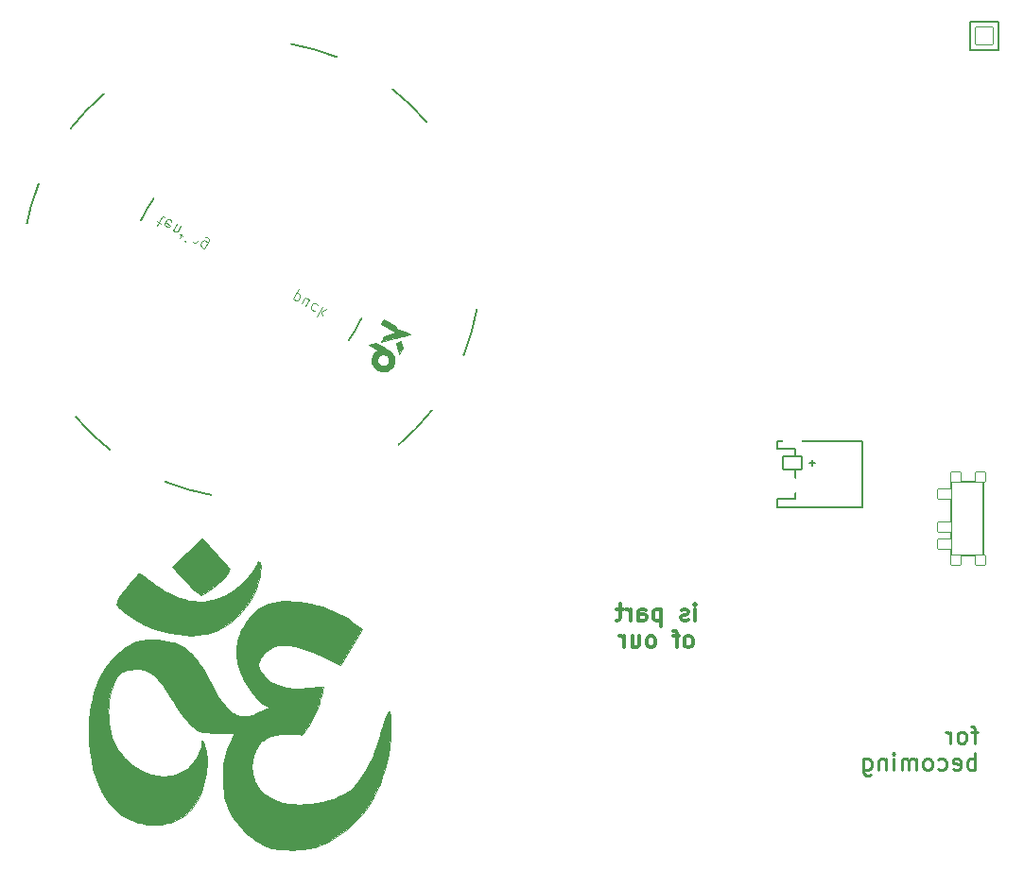
<source format=gbo>
G04 #@! TF.GenerationSoftware,KiCad,Pcbnew,(6.0.4)*
G04 #@! TF.CreationDate,2022-07-01T16:06:35-05:00*
G04 #@! TF.ProjectId,om,6f6d2e6b-6963-4616-945f-706362585858,v1.0.0*
G04 #@! TF.SameCoordinates,Original*
G04 #@! TF.FileFunction,Legend,Bot*
G04 #@! TF.FilePolarity,Positive*
%FSLAX46Y46*%
G04 Gerber Fmt 4.6, Leading zero omitted, Abs format (unit mm)*
G04 Created by KiCad (PCBNEW (6.0.4)) date 2022-07-01 16:06:35*
%MOMM*%
%LPD*%
G01*
G04 APERTURE LIST*
G04 Aperture macros list*
%AMRoundRect*
0 Rectangle with rounded corners*
0 $1 Rounding radius*
0 $2 $3 $4 $5 $6 $7 $8 $9 X,Y pos of 4 corners*
0 Add a 4 corners polygon primitive as box body*
4,1,4,$2,$3,$4,$5,$6,$7,$8,$9,$2,$3,0*
0 Add four circle primitives for the rounded corners*
1,1,$1+$1,$2,$3*
1,1,$1+$1,$4,$5*
1,1,$1+$1,$6,$7*
1,1,$1+$1,$8,$9*
0 Add four rect primitives between the rounded corners*
20,1,$1+$1,$2,$3,$4,$5,0*
20,1,$1+$1,$4,$5,$6,$7,0*
20,1,$1+$1,$6,$7,$8,$9,0*
20,1,$1+$1,$8,$9,$2,$3,0*%
%AMHorizOval*
0 Thick line with rounded ends*
0 $1 width*
0 $2 $3 position (X,Y) of the first rounded end (center of the circle)*
0 $4 $5 position (X,Y) of the second rounded end (center of the circle)*
0 Add line between two ends*
20,1,$1,$2,$3,$4,$5,0*
0 Add two circle primitives to create the rounded ends*
1,1,$1,$2,$3*
1,1,$1,$4,$5*%
%AMFreePoly0*
4,1,14,0.635355,0.435355,0.650000,0.400000,0.650000,0.200000,0.635355,0.164645,0.035355,-0.435355,0.000000,-0.450000,-0.035355,-0.435355,-0.635355,0.164645,-0.650000,0.200000,-0.650000,0.400000,-0.635355,0.435355,-0.600000,0.450000,0.600000,0.450000,0.635355,0.435355,0.635355,0.435355,$1*%
%AMFreePoly1*
4,1,16,0.635355,1.035355,0.650000,1.000000,0.650000,-0.250000,0.635355,-0.285355,0.600000,-0.300000,-0.600000,-0.300000,-0.635355,-0.285355,-0.650000,-0.250000,-0.650000,1.000000,-0.635355,1.035355,-0.600000,1.050000,-0.564645,1.035355,0.000000,0.470710,0.564645,1.035355,0.600000,1.050000,0.635355,1.035355,0.635355,1.035355,$1*%
G04 Aperture macros list end*
%ADD10C,0.079374*%
%ADD11C,0.300000*%
%ADD12C,0.250000*%
%ADD13C,0.100000*%
%ADD14C,0.150000*%
%ADD15C,0.200000*%
%ADD16C,0.010000*%
%ADD17C,1.100000*%
%ADD18C,1.801800*%
%ADD19C,3.529000*%
%ADD20C,2.132000*%
%ADD21RoundRect,0.050000X0.850000X-0.600000X0.850000X0.600000X-0.850000X0.600000X-0.850000X-0.600000X0*%
%ADD22O,1.800000X1.300000*%
%ADD23C,4.500000*%
%ADD24C,1.600000*%
%ADD25O,1.700000X2.300000*%
%ADD26C,1.700000*%
%ADD27FreePoly0,270.000000*%
%ADD28FreePoly0,90.000000*%
%ADD29RoundRect,0.050000X-0.800000X0.800000X-0.800000X-0.800000X0.800000X-0.800000X0.800000X0.800000X0*%
%ADD30FreePoly1,90.000000*%
%ADD31FreePoly1,270.000000*%
%ADD32O,0.400000X6.200000*%
%ADD33O,0.400000X1.300000*%
%ADD34O,11.950000X6.000000*%
%ADD35O,1.100000X6.000000*%
%ADD36O,4.800000X0.400000*%
%ADD37O,12.200000X0.400000*%
%ADD38O,4.800000X1.100000*%
%ADD39HorizOval,0.400000X-5.877549X-0.514219X5.877549X0.514219X0*%
%ADD40HorizOval,1.100000X-0.213532X2.440677X0.213532X-2.440677X0*%
%ADD41HorizOval,0.400000X0.252752X-2.888965X-0.252752X2.888965X0*%
%ADD42HorizOval,6.000000X-2.963679X-0.259288X2.963679X0.259288X0*%
%ADD43HorizOval,0.400000X0.039220X-0.448288X-0.039220X0.448288X0*%
%ADD44HorizOval,1.100000X-1.842960X-0.161238X1.842960X0.161238X0*%
%ADD45HorizOval,0.400000X-2.191628X-0.191743X2.191628X0.191743X0*%
%ADD46RoundRect,0.050000X0.450000X-0.450000X0.450000X0.450000X-0.450000X0.450000X-0.450000X-0.450000X0*%
%ADD47RoundRect,0.050000X0.625000X-0.450000X0.625000X0.450000X-0.625000X0.450000X-0.625000X-0.450000X0*%
G04 APERTURE END LIST*
D10*
G36*
X198806109Y-160805702D02*
G01*
X198842472Y-160824680D01*
X198873771Y-160855577D01*
X198900124Y-160897793D01*
X198921645Y-160950726D01*
X198938451Y-161013777D01*
X198958382Y-161167830D01*
X198960844Y-161355148D01*
X198946765Y-161570929D01*
X198917072Y-161810371D01*
X198872694Y-162068670D01*
X198814559Y-162341023D01*
X198743593Y-162622627D01*
X198660725Y-162908680D01*
X198566883Y-163194379D01*
X198462995Y-163474921D01*
X198349988Y-163745502D01*
X198228790Y-164001321D01*
X198100329Y-164237575D01*
X197677446Y-164822255D01*
X197245322Y-165341763D01*
X197025397Y-165577692D01*
X196802686Y-165798067D01*
X196577029Y-166003133D01*
X196348267Y-166193138D01*
X196116242Y-166368327D01*
X195880795Y-166528946D01*
X195641767Y-166675242D01*
X195398999Y-166807461D01*
X195152332Y-166925849D01*
X194901608Y-167030653D01*
X194646667Y-167122119D01*
X194387352Y-167200493D01*
X194123502Y-167266021D01*
X193854959Y-167318949D01*
X193303161Y-167387993D01*
X192730685Y-167409595D01*
X192136261Y-167385723D01*
X191518618Y-167318350D01*
X190876487Y-167209444D01*
X190208595Y-167060975D01*
X189513673Y-166874915D01*
X189223470Y-166759836D01*
X188927140Y-166630136D01*
X188628111Y-166488107D01*
X188329812Y-166336041D01*
X188035672Y-166176230D01*
X187749121Y-166010968D01*
X187473586Y-165842546D01*
X187212496Y-165673258D01*
X186969282Y-165505395D01*
X186747371Y-165341249D01*
X186550193Y-165183115D01*
X186381176Y-165033282D01*
X186243750Y-164894046D01*
X186187954Y-164829117D01*
X186141343Y-164767696D01*
X186104343Y-164710071D01*
X186077384Y-164656527D01*
X186060894Y-164607352D01*
X186055302Y-164562831D01*
X186088905Y-164463965D01*
X186126309Y-164366862D01*
X186167309Y-164271433D01*
X186211701Y-164177589D01*
X186309848Y-163994302D01*
X186419116Y-163816294D01*
X186537873Y-163642857D01*
X186664489Y-163473283D01*
X186797330Y-163306864D01*
X186934765Y-163142892D01*
X187497801Y-162497315D01*
X187633724Y-162334959D01*
X187764449Y-162170802D01*
X187888344Y-162004137D01*
X188003776Y-161834256D01*
X188009126Y-161829853D01*
X188016912Y-161827519D01*
X188039529Y-161828886D01*
X188071088Y-161838011D01*
X188111053Y-161854550D01*
X188158887Y-161878159D01*
X188214053Y-161908494D01*
X188344235Y-161987961D01*
X188497305Y-162090198D01*
X188668968Y-162212448D01*
X188854928Y-162351957D01*
X189050892Y-162505970D01*
X189501716Y-162852399D01*
X189947999Y-163163345D01*
X190389996Y-163438858D01*
X190827961Y-163678987D01*
X191262150Y-163883780D01*
X191692818Y-164053287D01*
X192120219Y-164187557D01*
X192544609Y-164286640D01*
X192966243Y-164350584D01*
X193385376Y-164379438D01*
X193802263Y-164373252D01*
X194217159Y-164332075D01*
X194630319Y-164255956D01*
X195041997Y-164144943D01*
X195452450Y-163999087D01*
X195861931Y-163818437D01*
X196088631Y-163674551D01*
X196312716Y-163523363D01*
X196533452Y-163365156D01*
X196750108Y-163200215D01*
X196961947Y-163028824D01*
X197168238Y-162851269D01*
X197368247Y-162667833D01*
X197561239Y-162478801D01*
X197746482Y-162284458D01*
X197923241Y-162085088D01*
X198090783Y-161880976D01*
X198248375Y-161672407D01*
X198395283Y-161459664D01*
X198530774Y-161243032D01*
X198654113Y-161022797D01*
X198764567Y-160799242D01*
X198806109Y-160805702D01*
G37*
X198806109Y-160805702D02*
X198842472Y-160824680D01*
X198873771Y-160855577D01*
X198900124Y-160897793D01*
X198921645Y-160950726D01*
X198938451Y-161013777D01*
X198958382Y-161167830D01*
X198960844Y-161355148D01*
X198946765Y-161570929D01*
X198917072Y-161810371D01*
X198872694Y-162068670D01*
X198814559Y-162341023D01*
X198743593Y-162622627D01*
X198660725Y-162908680D01*
X198566883Y-163194379D01*
X198462995Y-163474921D01*
X198349988Y-163745502D01*
X198228790Y-164001321D01*
X198100329Y-164237575D01*
X197677446Y-164822255D01*
X197245322Y-165341763D01*
X197025397Y-165577692D01*
X196802686Y-165798067D01*
X196577029Y-166003133D01*
X196348267Y-166193138D01*
X196116242Y-166368327D01*
X195880795Y-166528946D01*
X195641767Y-166675242D01*
X195398999Y-166807461D01*
X195152332Y-166925849D01*
X194901608Y-167030653D01*
X194646667Y-167122119D01*
X194387352Y-167200493D01*
X194123502Y-167266021D01*
X193854959Y-167318949D01*
X193303161Y-167387993D01*
X192730685Y-167409595D01*
X192136261Y-167385723D01*
X191518618Y-167318350D01*
X190876487Y-167209444D01*
X190208595Y-167060975D01*
X189513673Y-166874915D01*
X189223470Y-166759836D01*
X188927140Y-166630136D01*
X188628111Y-166488107D01*
X188329812Y-166336041D01*
X188035672Y-166176230D01*
X187749121Y-166010968D01*
X187473586Y-165842546D01*
X187212496Y-165673258D01*
X186969282Y-165505395D01*
X186747371Y-165341249D01*
X186550193Y-165183115D01*
X186381176Y-165033282D01*
X186243750Y-164894046D01*
X186187954Y-164829117D01*
X186141343Y-164767696D01*
X186104343Y-164710071D01*
X186077384Y-164656527D01*
X186060894Y-164607352D01*
X186055302Y-164562831D01*
X186088905Y-164463965D01*
X186126309Y-164366862D01*
X186167309Y-164271433D01*
X186211701Y-164177589D01*
X186309848Y-163994302D01*
X186419116Y-163816294D01*
X186537873Y-163642857D01*
X186664489Y-163473283D01*
X186797330Y-163306864D01*
X186934765Y-163142892D01*
X187497801Y-162497315D01*
X187633724Y-162334959D01*
X187764449Y-162170802D01*
X187888344Y-162004137D01*
X188003776Y-161834256D01*
X188009126Y-161829853D01*
X188016912Y-161827519D01*
X188039529Y-161828886D01*
X188071088Y-161838011D01*
X188111053Y-161854550D01*
X188158887Y-161878159D01*
X188214053Y-161908494D01*
X188344235Y-161987961D01*
X188497305Y-162090198D01*
X188668968Y-162212448D01*
X188854928Y-162351957D01*
X189050892Y-162505970D01*
X189501716Y-162852399D01*
X189947999Y-163163345D01*
X190389996Y-163438858D01*
X190827961Y-163678987D01*
X191262150Y-163883780D01*
X191692818Y-164053287D01*
X192120219Y-164187557D01*
X192544609Y-164286640D01*
X192966243Y-164350584D01*
X193385376Y-164379438D01*
X193802263Y-164373252D01*
X194217159Y-164332075D01*
X194630319Y-164255956D01*
X195041997Y-164144943D01*
X195452450Y-163999087D01*
X195861931Y-163818437D01*
X196088631Y-163674551D01*
X196312716Y-163523363D01*
X196533452Y-163365156D01*
X196750108Y-163200215D01*
X196961947Y-163028824D01*
X197168238Y-162851269D01*
X197368247Y-162667833D01*
X197561239Y-162478801D01*
X197746482Y-162284458D01*
X197923241Y-162085088D01*
X198090783Y-161880976D01*
X198248375Y-161672407D01*
X198395283Y-161459664D01*
X198530774Y-161243032D01*
X198654113Y-161022797D01*
X198764567Y-160799242D01*
X198806109Y-160805702D01*
G36*
X196195152Y-161465283D02*
G01*
X196154105Y-161560005D01*
X196108316Y-161653088D01*
X196058017Y-161744564D01*
X196003439Y-161834465D01*
X195882373Y-162009668D01*
X195746972Y-162178951D01*
X195599087Y-162342569D01*
X195440572Y-162500776D01*
X195273279Y-162653827D01*
X195099062Y-162801975D01*
X194919772Y-162945475D01*
X194737262Y-163084582D01*
X194369994Y-163350631D01*
X193678339Y-163841198D01*
X193482378Y-163720820D01*
X193294682Y-163588115D01*
X193114293Y-163444568D01*
X192940253Y-163291666D01*
X192771606Y-163130896D01*
X192607392Y-162963743D01*
X192446655Y-162791695D01*
X192288438Y-162616237D01*
X191661608Y-161910041D01*
X191501622Y-161739833D01*
X191338411Y-161575134D01*
X191171016Y-161417431D01*
X190998479Y-161268210D01*
X193733805Y-158736095D01*
X196195152Y-161465283D01*
G37*
X196195152Y-161465283D02*
X196154105Y-161560005D01*
X196108316Y-161653088D01*
X196058017Y-161744564D01*
X196003439Y-161834465D01*
X195882373Y-162009668D01*
X195746972Y-162178951D01*
X195599087Y-162342569D01*
X195440572Y-162500776D01*
X195273279Y-162653827D01*
X195099062Y-162801975D01*
X194919772Y-162945475D01*
X194737262Y-163084582D01*
X194369994Y-163350631D01*
X193678339Y-163841198D01*
X193482378Y-163720820D01*
X193294682Y-163588115D01*
X193114293Y-163444568D01*
X192940253Y-163291666D01*
X192771606Y-163130896D01*
X192607392Y-162963743D01*
X192446655Y-162791695D01*
X192288438Y-162616237D01*
X191661608Y-161910041D01*
X191501622Y-161739833D01*
X191338411Y-161575134D01*
X191171016Y-161417431D01*
X190998479Y-161268210D01*
X193733805Y-158736095D01*
X196195152Y-161465283D01*
G36*
X201905193Y-164364990D02*
G01*
X202411434Y-164411397D01*
X202926809Y-164485717D01*
X203446893Y-164586978D01*
X203967259Y-164714209D01*
X204483481Y-164866437D01*
X204991135Y-165042691D01*
X205485794Y-165241998D01*
X205963033Y-165463387D01*
X206418425Y-165705885D01*
X206847546Y-165968521D01*
X207245969Y-166250323D01*
X208058094Y-166869764D01*
X206120952Y-170116999D01*
X205423594Y-169756363D01*
X204770160Y-169435766D01*
X204159036Y-169154943D01*
X203588606Y-168913629D01*
X203057255Y-168711558D01*
X202805728Y-168625156D01*
X202563366Y-168548466D01*
X202329965Y-168481454D01*
X202105324Y-168424088D01*
X201889240Y-168376334D01*
X201681513Y-168338158D01*
X201481940Y-168309529D01*
X201290318Y-168290412D01*
X201106447Y-168280775D01*
X200930124Y-168280585D01*
X200761146Y-168289808D01*
X200599313Y-168308412D01*
X200444423Y-168336362D01*
X200296272Y-168373627D01*
X200154660Y-168420173D01*
X200019384Y-168475966D01*
X199890243Y-168540974D01*
X199767034Y-168615164D01*
X199649555Y-168698502D01*
X199537605Y-168790956D01*
X199430982Y-168892492D01*
X199329483Y-169003076D01*
X199200661Y-169156677D01*
X199088590Y-169299438D01*
X198993205Y-169432885D01*
X198951749Y-169496591D01*
X198914439Y-169558540D01*
X198881266Y-169618922D01*
X198852223Y-169677928D01*
X198827301Y-169735748D01*
X198806492Y-169792572D01*
X198789787Y-169848591D01*
X198777178Y-169903995D01*
X198768656Y-169958976D01*
X198764214Y-170013722D01*
X198763842Y-170068426D01*
X198767533Y-170123277D01*
X198775278Y-170178465D01*
X198787068Y-170234182D01*
X198802896Y-170290617D01*
X198822752Y-170347961D01*
X198846629Y-170406405D01*
X198874518Y-170466139D01*
X198906411Y-170527353D01*
X198942300Y-170590238D01*
X199026029Y-170721784D01*
X199125639Y-170862298D01*
X199241063Y-171013306D01*
X199379834Y-171174309D01*
X199533497Y-171323621D01*
X199701742Y-171461154D01*
X199884261Y-171586815D01*
X200080744Y-171700514D01*
X200290882Y-171802161D01*
X200514366Y-171891665D01*
X200750886Y-171968935D01*
X201000134Y-172033882D01*
X201261800Y-172086414D01*
X201535576Y-172126442D01*
X201821151Y-172153874D01*
X202118218Y-172168620D01*
X202426466Y-172170589D01*
X202745586Y-172159691D01*
X203075270Y-172135836D01*
X204558071Y-172001380D01*
X204512049Y-172257078D01*
X204460697Y-172505632D01*
X204404460Y-172746980D01*
X204343783Y-172981058D01*
X204279111Y-173207801D01*
X204210890Y-173427145D01*
X204139566Y-173639027D01*
X204065583Y-173843383D01*
X203989388Y-174040148D01*
X203911425Y-174229259D01*
X203832140Y-174410653D01*
X203751978Y-174584264D01*
X203671385Y-174750030D01*
X203590806Y-174907886D01*
X203431473Y-175199613D01*
X203277540Y-175458934D01*
X203132571Y-175685338D01*
X203000129Y-175878313D01*
X202883778Y-176037348D01*
X202787080Y-176161933D01*
X202713598Y-176251554D01*
X202650537Y-176323865D01*
X202432431Y-176297050D01*
X202220660Y-176274718D01*
X202015154Y-176256893D01*
X201815842Y-176243601D01*
X201622655Y-176234867D01*
X201435521Y-176230716D01*
X201254370Y-176231174D01*
X201079133Y-176236264D01*
X200909737Y-176246013D01*
X200746114Y-176260444D01*
X200588192Y-176279585D01*
X200435901Y-176303458D01*
X200289171Y-176332090D01*
X200147932Y-176365505D01*
X200012112Y-176403729D01*
X199881641Y-176446787D01*
X199756450Y-176494703D01*
X199636467Y-176547503D01*
X199521622Y-176605211D01*
X199411846Y-176667854D01*
X199307066Y-176735455D01*
X199207213Y-176808040D01*
X199112217Y-176885635D01*
X199022007Y-176968263D01*
X198936512Y-177055951D01*
X198855663Y-177148722D01*
X198779388Y-177246603D01*
X198707618Y-177349618D01*
X198640282Y-177457793D01*
X198577309Y-177571152D01*
X198518629Y-177689720D01*
X198464172Y-177813523D01*
X198400484Y-177977245D01*
X198344905Y-178141052D01*
X198297363Y-178304746D01*
X198257782Y-178468127D01*
X198226087Y-178630997D01*
X198202203Y-178793155D01*
X198186055Y-178954404D01*
X198177569Y-179114543D01*
X198176670Y-179273374D01*
X198183283Y-179430698D01*
X198197332Y-179586314D01*
X198218744Y-179740025D01*
X198247443Y-179891631D01*
X198283355Y-180040932D01*
X198326405Y-180187731D01*
X198376517Y-180331826D01*
X198433617Y-180473020D01*
X198497630Y-180611113D01*
X198568482Y-180745906D01*
X198646096Y-180877199D01*
X198730400Y-181004794D01*
X198821317Y-181128492D01*
X198918773Y-181248093D01*
X199022693Y-181363398D01*
X199133003Y-181474208D01*
X199249626Y-181580323D01*
X199372489Y-181681546D01*
X199501517Y-181777675D01*
X199636635Y-181868513D01*
X199777767Y-181953860D01*
X199924840Y-182033517D01*
X200077778Y-182107285D01*
X200282327Y-182193494D01*
X200495381Y-182270532D01*
X200716250Y-182338516D01*
X200944240Y-182397560D01*
X201418819Y-182489287D01*
X201913585Y-182546634D01*
X202423002Y-182570522D01*
X202941538Y-182561869D01*
X203463657Y-182521597D01*
X203983826Y-182450626D01*
X204496510Y-182349875D01*
X204996175Y-182220265D01*
X205477286Y-182062717D01*
X205934310Y-181878149D01*
X206361712Y-181667483D01*
X206753957Y-181431638D01*
X206935167Y-181304561D01*
X207105512Y-181171535D01*
X207264301Y-181032674D01*
X207410843Y-180888093D01*
X207579908Y-180699219D01*
X207749106Y-180488414D01*
X207917825Y-180256947D01*
X208085454Y-180006090D01*
X208251382Y-179737112D01*
X208414997Y-179451283D01*
X208575689Y-179149874D01*
X208732845Y-178834154D01*
X208885855Y-178505395D01*
X209034107Y-178164865D01*
X209176990Y-177813836D01*
X209313893Y-177453576D01*
X209444204Y-177085358D01*
X209567312Y-176710450D01*
X209682606Y-176330122D01*
X209789474Y-175945646D01*
X209836761Y-175771340D01*
X209884763Y-175601922D01*
X209933144Y-175438269D01*
X209981569Y-175281258D01*
X210029703Y-175131766D01*
X210077209Y-174990671D01*
X210123752Y-174858851D01*
X210168997Y-174737181D01*
X210212608Y-174626541D01*
X210254249Y-174527806D01*
X210293586Y-174441854D01*
X210330282Y-174369563D01*
X210364002Y-174311809D01*
X210379641Y-174288658D01*
X210394411Y-174269470D01*
X210408268Y-174254355D01*
X210421172Y-174243423D01*
X210433081Y-174236784D01*
X210443951Y-174234546D01*
X210473768Y-174242648D01*
X210501005Y-174266475D01*
X210547859Y-174358441D01*
X210584742Y-174504709D01*
X210611888Y-174699546D01*
X210629526Y-174937218D01*
X210637889Y-175211993D01*
X210627714Y-175849913D01*
X210583214Y-176567439D01*
X210506239Y-177318702D01*
X210398641Y-178057833D01*
X210333936Y-178408515D01*
X210262270Y-178738964D01*
X210081210Y-179428516D01*
X209869346Y-180093416D01*
X209627417Y-180732759D01*
X209356165Y-181345637D01*
X209056329Y-181931144D01*
X208728650Y-182488372D01*
X208373868Y-183016416D01*
X207992725Y-183514369D01*
X207585959Y-183981323D01*
X207154311Y-184416372D01*
X206698523Y-184818610D01*
X206219334Y-185187130D01*
X205717484Y-185521025D01*
X205193714Y-185819388D01*
X204648764Y-186081313D01*
X204368578Y-186198328D01*
X204083375Y-186305893D01*
X203865815Y-186375865D01*
X203629446Y-186437561D01*
X203376738Y-186490929D01*
X203110157Y-186535912D01*
X202832171Y-186572457D01*
X202545250Y-186600510D01*
X202251861Y-186620015D01*
X201954471Y-186630919D01*
X201655550Y-186633167D01*
X201357564Y-186626705D01*
X201062983Y-186611478D01*
X200774274Y-186587431D01*
X200493905Y-186554510D01*
X200224345Y-186512662D01*
X199968061Y-186461830D01*
X199727521Y-186401962D01*
X199485924Y-186323276D01*
X199238647Y-186220623D01*
X198987477Y-186095629D01*
X198734202Y-185949919D01*
X198480609Y-185785119D01*
X198228487Y-185602853D01*
X197979621Y-185404748D01*
X197735801Y-185192428D01*
X197498814Y-184967520D01*
X197270446Y-184731649D01*
X197052486Y-184486440D01*
X196846721Y-184233519D01*
X196654939Y-183974512D01*
X196478926Y-183711043D01*
X196320472Y-183444738D01*
X196181362Y-183177223D01*
X196044265Y-182862750D01*
X195924618Y-182526965D01*
X195822461Y-182172883D01*
X195737834Y-181803519D01*
X195670776Y-181421888D01*
X195621327Y-181031004D01*
X195589527Y-180633882D01*
X195575414Y-180233537D01*
X195579029Y-179832983D01*
X195600410Y-179435235D01*
X195639598Y-179043308D01*
X195696633Y-178660217D01*
X195771552Y-178288976D01*
X195864397Y-177932600D01*
X195975207Y-177594104D01*
X196104021Y-177276502D01*
X196617580Y-176135769D01*
X195028766Y-176135769D01*
X194775828Y-176134695D01*
X194547848Y-176130966D01*
X194342449Y-176123824D01*
X194157253Y-176112511D01*
X193989885Y-176096268D01*
X193912143Y-176086060D01*
X193837966Y-176074336D01*
X193767058Y-176061000D01*
X193699121Y-176045957D01*
X193633858Y-176029113D01*
X193570972Y-176010373D01*
X193510165Y-175989642D01*
X193451141Y-175966825D01*
X193393603Y-175941827D01*
X193337253Y-175914554D01*
X193281794Y-175884910D01*
X193226930Y-175852802D01*
X193172362Y-175818134D01*
X193117795Y-175780811D01*
X193007471Y-175697821D01*
X192893581Y-175603075D01*
X192773748Y-175495814D01*
X192645596Y-175375280D01*
X192560771Y-175290998D01*
X192470674Y-175195713D01*
X192277832Y-174976386D01*
X192073410Y-174725803D01*
X191863750Y-174452470D01*
X191655193Y-174164890D01*
X191454079Y-173871569D01*
X191266751Y-173581012D01*
X191099549Y-173301723D01*
X190879225Y-172925265D01*
X190666092Y-172578692D01*
X190459307Y-172261232D01*
X190258027Y-171972112D01*
X190061408Y-171710561D01*
X189868606Y-171475806D01*
X189678776Y-171267075D01*
X189584713Y-171172227D01*
X189491077Y-171083594D01*
X189397761Y-171001082D01*
X189304662Y-170924593D01*
X189211674Y-170854030D01*
X189118690Y-170789297D01*
X189025606Y-170730298D01*
X188932316Y-170676936D01*
X188838715Y-170629114D01*
X188744696Y-170586736D01*
X188650156Y-170549705D01*
X188554987Y-170517924D01*
X188459086Y-170491298D01*
X188362345Y-170469730D01*
X188264660Y-170453123D01*
X188165926Y-170441380D01*
X188066037Y-170434405D01*
X187964886Y-170432101D01*
X187867876Y-170433378D01*
X187768903Y-170437124D01*
X187668682Y-170443214D01*
X187567922Y-170451520D01*
X187467338Y-170461918D01*
X187367641Y-170474280D01*
X187269542Y-170488481D01*
X187173755Y-170504394D01*
X187080991Y-170521893D01*
X186991962Y-170540852D01*
X186907380Y-170561145D01*
X186827959Y-170582646D01*
X186754408Y-170605229D01*
X186687442Y-170628766D01*
X186627772Y-170653133D01*
X186576109Y-170678203D01*
X186464952Y-170747565D01*
X186358222Y-170833758D01*
X186256033Y-170935903D01*
X186158498Y-171053125D01*
X186065729Y-171184545D01*
X185977840Y-171329289D01*
X185817153Y-171655236D01*
X185677340Y-172023950D01*
X185559303Y-172428418D01*
X185463947Y-172861624D01*
X185392174Y-173316553D01*
X185344889Y-173786191D01*
X185322994Y-174263523D01*
X185327393Y-174741534D01*
X185358990Y-175213209D01*
X185418687Y-175671534D01*
X185507388Y-176109493D01*
X185625997Y-176520072D01*
X185775417Y-176896257D01*
X185889272Y-177127646D01*
X186013022Y-177351909D01*
X186146179Y-177568826D01*
X186288257Y-177778177D01*
X186438768Y-177979740D01*
X186597225Y-178173295D01*
X186763140Y-178358621D01*
X186936025Y-178535499D01*
X187115395Y-178703707D01*
X187300761Y-178863025D01*
X187491635Y-179013232D01*
X187687532Y-179154108D01*
X187887963Y-179285432D01*
X188092440Y-179406984D01*
X188300478Y-179518543D01*
X188511588Y-179619888D01*
X188725282Y-179710799D01*
X188941075Y-179791056D01*
X189158478Y-179860438D01*
X189377003Y-179918724D01*
X189596165Y-179965694D01*
X189815474Y-180001126D01*
X190034445Y-180024802D01*
X190252590Y-180036500D01*
X190469421Y-180035999D01*
X190684450Y-180023079D01*
X190897192Y-179997520D01*
X191107158Y-179959100D01*
X191313861Y-179907600D01*
X191516813Y-179842799D01*
X191715528Y-179764476D01*
X191909518Y-179672410D01*
X192066227Y-179581900D01*
X192223279Y-179473117D01*
X192379277Y-179348058D01*
X192532822Y-179208720D01*
X192682516Y-179057100D01*
X192826963Y-178895194D01*
X192964765Y-178724999D01*
X193094522Y-178548513D01*
X193214839Y-178367733D01*
X193324317Y-178184654D01*
X193421559Y-178001275D01*
X193505166Y-177819591D01*
X193573742Y-177641600D01*
X193625887Y-177469299D01*
X193660205Y-177304685D01*
X193670242Y-177225884D01*
X193675298Y-177149753D01*
X193678365Y-177073790D01*
X193682264Y-177008521D01*
X193687223Y-176954053D01*
X193693473Y-176910490D01*
X193701243Y-176877936D01*
X193705769Y-176865821D01*
X193710762Y-176856497D01*
X193716249Y-176849979D01*
X193722260Y-176846278D01*
X193728822Y-176845409D01*
X193735966Y-176847384D01*
X193743719Y-176852216D01*
X193752110Y-176859919D01*
X193761167Y-176870506D01*
X193770921Y-176883989D01*
X193792628Y-176919698D01*
X193817462Y-176967151D01*
X193845652Y-177026453D01*
X193877427Y-177097709D01*
X193952649Y-177276502D01*
X194030026Y-177504463D01*
X194088560Y-177762160D01*
X194128813Y-178045624D01*
X194151350Y-178350887D01*
X194156732Y-178673980D01*
X194145522Y-179010935D01*
X194118283Y-179357784D01*
X194075578Y-179710557D01*
X194017970Y-180065286D01*
X193946020Y-180418003D01*
X193860293Y-180764740D01*
X193761351Y-181101527D01*
X193649756Y-181424397D01*
X193526071Y-181729380D01*
X193390859Y-182012509D01*
X193244683Y-182269814D01*
X193069373Y-182536666D01*
X192887951Y-182783982D01*
X192699830Y-183012083D01*
X192504420Y-183221289D01*
X192301135Y-183411919D01*
X192089385Y-183584294D01*
X191868583Y-183738733D01*
X191638142Y-183875557D01*
X191397471Y-183995086D01*
X191145985Y-184097639D01*
X190883094Y-184183537D01*
X190608210Y-184253100D01*
X190320746Y-184306647D01*
X190020113Y-184344499D01*
X189705724Y-184366975D01*
X189376989Y-184374396D01*
X189073971Y-184366231D01*
X188777432Y-184341855D01*
X188487513Y-184301449D01*
X188204353Y-184245192D01*
X187928094Y-184173264D01*
X187658877Y-184085846D01*
X187396841Y-183983117D01*
X187142127Y-183865258D01*
X186894876Y-183732447D01*
X186655228Y-183584866D01*
X186423324Y-183422693D01*
X186199304Y-183246110D01*
X185983309Y-183055296D01*
X185775480Y-182850431D01*
X185575956Y-182631694D01*
X185384879Y-182399267D01*
X185028626Y-181894058D01*
X184707846Y-181336244D01*
X184423661Y-180727265D01*
X184177198Y-180068560D01*
X183969580Y-179361569D01*
X183801930Y-178607731D01*
X183675375Y-177808487D01*
X183591037Y-176965275D01*
X183558524Y-176287855D01*
X183559779Y-175622319D01*
X183594123Y-174970468D01*
X183660883Y-174334106D01*
X183759380Y-173715035D01*
X183888940Y-173115056D01*
X184048886Y-172535972D01*
X184238541Y-171979586D01*
X184457231Y-171447699D01*
X184704278Y-170942114D01*
X184838224Y-170699748D01*
X184979006Y-170464633D01*
X185126540Y-170236995D01*
X185280740Y-170017059D01*
X185441522Y-169805051D01*
X185608803Y-169601194D01*
X185782496Y-169405716D01*
X185962519Y-169218840D01*
X186148785Y-169040793D01*
X186341211Y-168871800D01*
X186539713Y-168712085D01*
X186744205Y-168561875D01*
X186905434Y-168451068D01*
X187057834Y-168351302D01*
X187203219Y-168262043D01*
X187343399Y-168182755D01*
X187480186Y-168112906D01*
X187615393Y-168051961D01*
X187750832Y-167999386D01*
X187888313Y-167954647D01*
X188029651Y-167917210D01*
X188176655Y-167886541D01*
X188331139Y-167862106D01*
X188494914Y-167843371D01*
X188669792Y-167829802D01*
X188857585Y-167820865D01*
X189060106Y-167816025D01*
X189279165Y-167814749D01*
X189751765Y-167826087D01*
X190192561Y-167860290D01*
X190604622Y-167919758D01*
X190991019Y-168006890D01*
X191175554Y-168061579D01*
X191354824Y-168124084D01*
X191529214Y-168194704D01*
X191699108Y-168273739D01*
X191864889Y-168361489D01*
X192026941Y-168458254D01*
X192185648Y-168564333D01*
X192341394Y-168680027D01*
X192494563Y-168805635D01*
X192645539Y-168941458D01*
X192794705Y-169087794D01*
X192942445Y-169244945D01*
X193235185Y-169592887D01*
X193526829Y-169987682D01*
X193820447Y-170431730D01*
X194119112Y-170927430D01*
X194425893Y-171477179D01*
X194743862Y-172083377D01*
X194976229Y-172520750D01*
X195205095Y-172915324D01*
X195431736Y-173267819D01*
X195544621Y-173428513D01*
X195657429Y-173578957D01*
X195770320Y-173719243D01*
X195883453Y-173849459D01*
X195996987Y-173969697D01*
X196111083Y-174080047D01*
X196225900Y-174180598D01*
X196341598Y-174271440D01*
X196458337Y-174352665D01*
X196576275Y-174424362D01*
X196695573Y-174486621D01*
X196816391Y-174539532D01*
X196938887Y-174583186D01*
X197063223Y-174617672D01*
X197189557Y-174643082D01*
X197318048Y-174659504D01*
X197448858Y-174667029D01*
X197582145Y-174665748D01*
X197718069Y-174655750D01*
X197856789Y-174637126D01*
X197998466Y-174609965D01*
X198143259Y-174574358D01*
X198291328Y-174530396D01*
X198442832Y-174478167D01*
X198597931Y-174417763D01*
X198756784Y-174349273D01*
X199766028Y-173894169D01*
X199035376Y-173431553D01*
X198873866Y-173315282D01*
X198708127Y-173169512D01*
X198539775Y-172997065D01*
X198370426Y-172800763D01*
X198201696Y-172583431D01*
X198035200Y-172347889D01*
X197872556Y-172096962D01*
X197715379Y-171833472D01*
X197565285Y-171560241D01*
X197423890Y-171280092D01*
X197292809Y-170995848D01*
X197173660Y-170710331D01*
X197068058Y-170426365D01*
X196977618Y-170146772D01*
X196903958Y-169874375D01*
X196848692Y-169611996D01*
X196819976Y-169421313D01*
X196801019Y-169228825D01*
X196791599Y-169034929D01*
X196791493Y-168840022D01*
X196800479Y-168644502D01*
X196818334Y-168448766D01*
X196844835Y-168253211D01*
X196879760Y-168058235D01*
X196922885Y-167864235D01*
X196973988Y-167671609D01*
X197032846Y-167480754D01*
X197099237Y-167292067D01*
X197172938Y-167105946D01*
X197253726Y-166922788D01*
X197341378Y-166742991D01*
X197435672Y-166566952D01*
X197536385Y-166395068D01*
X197643293Y-166227737D01*
X197756176Y-166065355D01*
X197874809Y-165908322D01*
X197998970Y-165757033D01*
X198128437Y-165611886D01*
X198262986Y-165473279D01*
X198402395Y-165341609D01*
X198546441Y-165217273D01*
X198694902Y-165100670D01*
X198847554Y-164992195D01*
X199004176Y-164892247D01*
X199164544Y-164801223D01*
X199328435Y-164719520D01*
X199495627Y-164647536D01*
X199665897Y-164585668D01*
X200060082Y-164477931D01*
X200485531Y-164402966D01*
X200937816Y-164359803D01*
X201412512Y-164347468D01*
X201905193Y-164364990D01*
G37*
X201905193Y-164364990D02*
X202411434Y-164411397D01*
X202926809Y-164485717D01*
X203446893Y-164586978D01*
X203967259Y-164714209D01*
X204483481Y-164866437D01*
X204991135Y-165042691D01*
X205485794Y-165241998D01*
X205963033Y-165463387D01*
X206418425Y-165705885D01*
X206847546Y-165968521D01*
X207245969Y-166250323D01*
X208058094Y-166869764D01*
X206120952Y-170116999D01*
X205423594Y-169756363D01*
X204770160Y-169435766D01*
X204159036Y-169154943D01*
X203588606Y-168913629D01*
X203057255Y-168711558D01*
X202805728Y-168625156D01*
X202563366Y-168548466D01*
X202329965Y-168481454D01*
X202105324Y-168424088D01*
X201889240Y-168376334D01*
X201681513Y-168338158D01*
X201481940Y-168309529D01*
X201290318Y-168290412D01*
X201106447Y-168280775D01*
X200930124Y-168280585D01*
X200761146Y-168289808D01*
X200599313Y-168308412D01*
X200444423Y-168336362D01*
X200296272Y-168373627D01*
X200154660Y-168420173D01*
X200019384Y-168475966D01*
X199890243Y-168540974D01*
X199767034Y-168615164D01*
X199649555Y-168698502D01*
X199537605Y-168790956D01*
X199430982Y-168892492D01*
X199329483Y-169003076D01*
X199200661Y-169156677D01*
X199088590Y-169299438D01*
X198993205Y-169432885D01*
X198951749Y-169496591D01*
X198914439Y-169558540D01*
X198881266Y-169618922D01*
X198852223Y-169677928D01*
X198827301Y-169735748D01*
X198806492Y-169792572D01*
X198789787Y-169848591D01*
X198777178Y-169903995D01*
X198768656Y-169958976D01*
X198764214Y-170013722D01*
X198763842Y-170068426D01*
X198767533Y-170123277D01*
X198775278Y-170178465D01*
X198787068Y-170234182D01*
X198802896Y-170290617D01*
X198822752Y-170347961D01*
X198846629Y-170406405D01*
X198874518Y-170466139D01*
X198906411Y-170527353D01*
X198942300Y-170590238D01*
X199026029Y-170721784D01*
X199125639Y-170862298D01*
X199241063Y-171013306D01*
X199379834Y-171174309D01*
X199533497Y-171323621D01*
X199701742Y-171461154D01*
X199884261Y-171586815D01*
X200080744Y-171700514D01*
X200290882Y-171802161D01*
X200514366Y-171891665D01*
X200750886Y-171968935D01*
X201000134Y-172033882D01*
X201261800Y-172086414D01*
X201535576Y-172126442D01*
X201821151Y-172153874D01*
X202118218Y-172168620D01*
X202426466Y-172170589D01*
X202745586Y-172159691D01*
X203075270Y-172135836D01*
X204558071Y-172001380D01*
X204512049Y-172257078D01*
X204460697Y-172505632D01*
X204404460Y-172746980D01*
X204343783Y-172981058D01*
X204279111Y-173207801D01*
X204210890Y-173427145D01*
X204139566Y-173639027D01*
X204065583Y-173843383D01*
X203989388Y-174040148D01*
X203911425Y-174229259D01*
X203832140Y-174410653D01*
X203751978Y-174584264D01*
X203671385Y-174750030D01*
X203590806Y-174907886D01*
X203431473Y-175199613D01*
X203277540Y-175458934D01*
X203132571Y-175685338D01*
X203000129Y-175878313D01*
X202883778Y-176037348D01*
X202787080Y-176161933D01*
X202713598Y-176251554D01*
X202650537Y-176323865D01*
X202432431Y-176297050D01*
X202220660Y-176274718D01*
X202015154Y-176256893D01*
X201815842Y-176243601D01*
X201622655Y-176234867D01*
X201435521Y-176230716D01*
X201254370Y-176231174D01*
X201079133Y-176236264D01*
X200909737Y-176246013D01*
X200746114Y-176260444D01*
X200588192Y-176279585D01*
X200435901Y-176303458D01*
X200289171Y-176332090D01*
X200147932Y-176365505D01*
X200012112Y-176403729D01*
X199881641Y-176446787D01*
X199756450Y-176494703D01*
X199636467Y-176547503D01*
X199521622Y-176605211D01*
X199411846Y-176667854D01*
X199307066Y-176735455D01*
X199207213Y-176808040D01*
X199112217Y-176885635D01*
X199022007Y-176968263D01*
X198936512Y-177055951D01*
X198855663Y-177148722D01*
X198779388Y-177246603D01*
X198707618Y-177349618D01*
X198640282Y-177457793D01*
X198577309Y-177571152D01*
X198518629Y-177689720D01*
X198464172Y-177813523D01*
X198400484Y-177977245D01*
X198344905Y-178141052D01*
X198297363Y-178304746D01*
X198257782Y-178468127D01*
X198226087Y-178630997D01*
X198202203Y-178793155D01*
X198186055Y-178954404D01*
X198177569Y-179114543D01*
X198176670Y-179273374D01*
X198183283Y-179430698D01*
X198197332Y-179586314D01*
X198218744Y-179740025D01*
X198247443Y-179891631D01*
X198283355Y-180040932D01*
X198326405Y-180187731D01*
X198376517Y-180331826D01*
X198433617Y-180473020D01*
X198497630Y-180611113D01*
X198568482Y-180745906D01*
X198646096Y-180877199D01*
X198730400Y-181004794D01*
X198821317Y-181128492D01*
X198918773Y-181248093D01*
X199022693Y-181363398D01*
X199133003Y-181474208D01*
X199249626Y-181580323D01*
X199372489Y-181681546D01*
X199501517Y-181777675D01*
X199636635Y-181868513D01*
X199777767Y-181953860D01*
X199924840Y-182033517D01*
X200077778Y-182107285D01*
X200282327Y-182193494D01*
X200495381Y-182270532D01*
X200716250Y-182338516D01*
X200944240Y-182397560D01*
X201418819Y-182489287D01*
X201913585Y-182546634D01*
X202423002Y-182570522D01*
X202941538Y-182561869D01*
X203463657Y-182521597D01*
X203983826Y-182450626D01*
X204496510Y-182349875D01*
X204996175Y-182220265D01*
X205477286Y-182062717D01*
X205934310Y-181878149D01*
X206361712Y-181667483D01*
X206753957Y-181431638D01*
X206935167Y-181304561D01*
X207105512Y-181171535D01*
X207264301Y-181032674D01*
X207410843Y-180888093D01*
X207579908Y-180699219D01*
X207749106Y-180488414D01*
X207917825Y-180256947D01*
X208085454Y-180006090D01*
X208251382Y-179737112D01*
X208414997Y-179451283D01*
X208575689Y-179149874D01*
X208732845Y-178834154D01*
X208885855Y-178505395D01*
X209034107Y-178164865D01*
X209176990Y-177813836D01*
X209313893Y-177453576D01*
X209444204Y-177085358D01*
X209567312Y-176710450D01*
X209682606Y-176330122D01*
X209789474Y-175945646D01*
X209836761Y-175771340D01*
X209884763Y-175601922D01*
X209933144Y-175438269D01*
X209981569Y-175281258D01*
X210029703Y-175131766D01*
X210077209Y-174990671D01*
X210123752Y-174858851D01*
X210168997Y-174737181D01*
X210212608Y-174626541D01*
X210254249Y-174527806D01*
X210293586Y-174441854D01*
X210330282Y-174369563D01*
X210364002Y-174311809D01*
X210379641Y-174288658D01*
X210394411Y-174269470D01*
X210408268Y-174254355D01*
X210421172Y-174243423D01*
X210433081Y-174236784D01*
X210443951Y-174234546D01*
X210473768Y-174242648D01*
X210501005Y-174266475D01*
X210547859Y-174358441D01*
X210584742Y-174504709D01*
X210611888Y-174699546D01*
X210629526Y-174937218D01*
X210637889Y-175211993D01*
X210627714Y-175849913D01*
X210583214Y-176567439D01*
X210506239Y-177318702D01*
X210398641Y-178057833D01*
X210333936Y-178408515D01*
X210262270Y-178738964D01*
X210081210Y-179428516D01*
X209869346Y-180093416D01*
X209627417Y-180732759D01*
X209356165Y-181345637D01*
X209056329Y-181931144D01*
X208728650Y-182488372D01*
X208373868Y-183016416D01*
X207992725Y-183514369D01*
X207585959Y-183981323D01*
X207154311Y-184416372D01*
X206698523Y-184818610D01*
X206219334Y-185187130D01*
X205717484Y-185521025D01*
X205193714Y-185819388D01*
X204648764Y-186081313D01*
X204368578Y-186198328D01*
X204083375Y-186305893D01*
X203865815Y-186375865D01*
X203629446Y-186437561D01*
X203376738Y-186490929D01*
X203110157Y-186535912D01*
X202832171Y-186572457D01*
X202545250Y-186600510D01*
X202251861Y-186620015D01*
X201954471Y-186630919D01*
X201655550Y-186633167D01*
X201357564Y-186626705D01*
X201062983Y-186611478D01*
X200774274Y-186587431D01*
X200493905Y-186554510D01*
X200224345Y-186512662D01*
X199968061Y-186461830D01*
X199727521Y-186401962D01*
X199485924Y-186323276D01*
X199238647Y-186220623D01*
X198987477Y-186095629D01*
X198734202Y-185949919D01*
X198480609Y-185785119D01*
X198228487Y-185602853D01*
X197979621Y-185404748D01*
X197735801Y-185192428D01*
X197498814Y-184967520D01*
X197270446Y-184731649D01*
X197052486Y-184486440D01*
X196846721Y-184233519D01*
X196654939Y-183974512D01*
X196478926Y-183711043D01*
X196320472Y-183444738D01*
X196181362Y-183177223D01*
X196044265Y-182862750D01*
X195924618Y-182526965D01*
X195822461Y-182172883D01*
X195737834Y-181803519D01*
X195670776Y-181421888D01*
X195621327Y-181031004D01*
X195589527Y-180633882D01*
X195575414Y-180233537D01*
X195579029Y-179832983D01*
X195600410Y-179435235D01*
X195639598Y-179043308D01*
X195696633Y-178660217D01*
X195771552Y-178288976D01*
X195864397Y-177932600D01*
X195975207Y-177594104D01*
X196104021Y-177276502D01*
X196617580Y-176135769D01*
X195028766Y-176135769D01*
X194775828Y-176134695D01*
X194547848Y-176130966D01*
X194342449Y-176123824D01*
X194157253Y-176112511D01*
X193989885Y-176096268D01*
X193912143Y-176086060D01*
X193837966Y-176074336D01*
X193767058Y-176061000D01*
X193699121Y-176045957D01*
X193633858Y-176029113D01*
X193570972Y-176010373D01*
X193510165Y-175989642D01*
X193451141Y-175966825D01*
X193393603Y-175941827D01*
X193337253Y-175914554D01*
X193281794Y-175884910D01*
X193226930Y-175852802D01*
X193172362Y-175818134D01*
X193117795Y-175780811D01*
X193007471Y-175697821D01*
X192893581Y-175603075D01*
X192773748Y-175495814D01*
X192645596Y-175375280D01*
X192560771Y-175290998D01*
X192470674Y-175195713D01*
X192277832Y-174976386D01*
X192073410Y-174725803D01*
X191863750Y-174452470D01*
X191655193Y-174164890D01*
X191454079Y-173871569D01*
X191266751Y-173581012D01*
X191099549Y-173301723D01*
X190879225Y-172925265D01*
X190666092Y-172578692D01*
X190459307Y-172261232D01*
X190258027Y-171972112D01*
X190061408Y-171710561D01*
X189868606Y-171475806D01*
X189678776Y-171267075D01*
X189584713Y-171172227D01*
X189491077Y-171083594D01*
X189397761Y-171001082D01*
X189304662Y-170924593D01*
X189211674Y-170854030D01*
X189118690Y-170789297D01*
X189025606Y-170730298D01*
X188932316Y-170676936D01*
X188838715Y-170629114D01*
X188744696Y-170586736D01*
X188650156Y-170549705D01*
X188554987Y-170517924D01*
X188459086Y-170491298D01*
X188362345Y-170469730D01*
X188264660Y-170453123D01*
X188165926Y-170441380D01*
X188066037Y-170434405D01*
X187964886Y-170432101D01*
X187867876Y-170433378D01*
X187768903Y-170437124D01*
X187668682Y-170443214D01*
X187567922Y-170451520D01*
X187467338Y-170461918D01*
X187367641Y-170474280D01*
X187269542Y-170488481D01*
X187173755Y-170504394D01*
X187080991Y-170521893D01*
X186991962Y-170540852D01*
X186907380Y-170561145D01*
X186827959Y-170582646D01*
X186754408Y-170605229D01*
X186687442Y-170628766D01*
X186627772Y-170653133D01*
X186576109Y-170678203D01*
X186464952Y-170747565D01*
X186358222Y-170833758D01*
X186256033Y-170935903D01*
X186158498Y-171053125D01*
X186065729Y-171184545D01*
X185977840Y-171329289D01*
X185817153Y-171655236D01*
X185677340Y-172023950D01*
X185559303Y-172428418D01*
X185463947Y-172861624D01*
X185392174Y-173316553D01*
X185344889Y-173786191D01*
X185322994Y-174263523D01*
X185327393Y-174741534D01*
X185358990Y-175213209D01*
X185418687Y-175671534D01*
X185507388Y-176109493D01*
X185625997Y-176520072D01*
X185775417Y-176896257D01*
X185889272Y-177127646D01*
X186013022Y-177351909D01*
X186146179Y-177568826D01*
X186288257Y-177778177D01*
X186438768Y-177979740D01*
X186597225Y-178173295D01*
X186763140Y-178358621D01*
X186936025Y-178535499D01*
X187115395Y-178703707D01*
X187300761Y-178863025D01*
X187491635Y-179013232D01*
X187687532Y-179154108D01*
X187887963Y-179285432D01*
X188092440Y-179406984D01*
X188300478Y-179518543D01*
X188511588Y-179619888D01*
X188725282Y-179710799D01*
X188941075Y-179791056D01*
X189158478Y-179860438D01*
X189377003Y-179918724D01*
X189596165Y-179965694D01*
X189815474Y-180001126D01*
X190034445Y-180024802D01*
X190252590Y-180036500D01*
X190469421Y-180035999D01*
X190684450Y-180023079D01*
X190897192Y-179997520D01*
X191107158Y-179959100D01*
X191313861Y-179907600D01*
X191516813Y-179842799D01*
X191715528Y-179764476D01*
X191909518Y-179672410D01*
X192066227Y-179581900D01*
X192223279Y-179473117D01*
X192379277Y-179348058D01*
X192532822Y-179208720D01*
X192682516Y-179057100D01*
X192826963Y-178895194D01*
X192964765Y-178724999D01*
X193094522Y-178548513D01*
X193214839Y-178367733D01*
X193324317Y-178184654D01*
X193421559Y-178001275D01*
X193505166Y-177819591D01*
X193573742Y-177641600D01*
X193625887Y-177469299D01*
X193660205Y-177304685D01*
X193670242Y-177225884D01*
X193675298Y-177149753D01*
X193678365Y-177073790D01*
X193682264Y-177008521D01*
X193687223Y-176954053D01*
X193693473Y-176910490D01*
X193701243Y-176877936D01*
X193705769Y-176865821D01*
X193710762Y-176856497D01*
X193716249Y-176849979D01*
X193722260Y-176846278D01*
X193728822Y-176845409D01*
X193735966Y-176847384D01*
X193743719Y-176852216D01*
X193752110Y-176859919D01*
X193761167Y-176870506D01*
X193770921Y-176883989D01*
X193792628Y-176919698D01*
X193817462Y-176967151D01*
X193845652Y-177026453D01*
X193877427Y-177097709D01*
X193952649Y-177276502D01*
X194030026Y-177504463D01*
X194088560Y-177762160D01*
X194128813Y-178045624D01*
X194151350Y-178350887D01*
X194156732Y-178673980D01*
X194145522Y-179010935D01*
X194118283Y-179357784D01*
X194075578Y-179710557D01*
X194017970Y-180065286D01*
X193946020Y-180418003D01*
X193860293Y-180764740D01*
X193761351Y-181101527D01*
X193649756Y-181424397D01*
X193526071Y-181729380D01*
X193390859Y-182012509D01*
X193244683Y-182269814D01*
X193069373Y-182536666D01*
X192887951Y-182783982D01*
X192699830Y-183012083D01*
X192504420Y-183221289D01*
X192301135Y-183411919D01*
X192089385Y-183584294D01*
X191868583Y-183738733D01*
X191638142Y-183875557D01*
X191397471Y-183995086D01*
X191145985Y-184097639D01*
X190883094Y-184183537D01*
X190608210Y-184253100D01*
X190320746Y-184306647D01*
X190020113Y-184344499D01*
X189705724Y-184366975D01*
X189376989Y-184374396D01*
X189073971Y-184366231D01*
X188777432Y-184341855D01*
X188487513Y-184301449D01*
X188204353Y-184245192D01*
X187928094Y-184173264D01*
X187658877Y-184085846D01*
X187396841Y-183983117D01*
X187142127Y-183865258D01*
X186894876Y-183732447D01*
X186655228Y-183584866D01*
X186423324Y-183422693D01*
X186199304Y-183246110D01*
X185983309Y-183055296D01*
X185775480Y-182850431D01*
X185575956Y-182631694D01*
X185384879Y-182399267D01*
X185028626Y-181894058D01*
X184707846Y-181336244D01*
X184423661Y-180727265D01*
X184177198Y-180068560D01*
X183969580Y-179361569D01*
X183801930Y-178607731D01*
X183675375Y-177808487D01*
X183591037Y-176965275D01*
X183558524Y-176287855D01*
X183559779Y-175622319D01*
X183594123Y-174970468D01*
X183660883Y-174334106D01*
X183759380Y-173715035D01*
X183888940Y-173115056D01*
X184048886Y-172535972D01*
X184238541Y-171979586D01*
X184457231Y-171447699D01*
X184704278Y-170942114D01*
X184838224Y-170699748D01*
X184979006Y-170464633D01*
X185126540Y-170236995D01*
X185280740Y-170017059D01*
X185441522Y-169805051D01*
X185608803Y-169601194D01*
X185782496Y-169405716D01*
X185962519Y-169218840D01*
X186148785Y-169040793D01*
X186341211Y-168871800D01*
X186539713Y-168712085D01*
X186744205Y-168561875D01*
X186905434Y-168451068D01*
X187057834Y-168351302D01*
X187203219Y-168262043D01*
X187343399Y-168182755D01*
X187480186Y-168112906D01*
X187615393Y-168051961D01*
X187750832Y-167999386D01*
X187888313Y-167954647D01*
X188029651Y-167917210D01*
X188176655Y-167886541D01*
X188331139Y-167862106D01*
X188494914Y-167843371D01*
X188669792Y-167829802D01*
X188857585Y-167820865D01*
X189060106Y-167816025D01*
X189279165Y-167814749D01*
X189751765Y-167826087D01*
X190192561Y-167860290D01*
X190604622Y-167919758D01*
X190991019Y-168006890D01*
X191175554Y-168061579D01*
X191354824Y-168124084D01*
X191529214Y-168194704D01*
X191699108Y-168273739D01*
X191864889Y-168361489D01*
X192026941Y-168458254D01*
X192185648Y-168564333D01*
X192341394Y-168680027D01*
X192494563Y-168805635D01*
X192645539Y-168941458D01*
X192794705Y-169087794D01*
X192942445Y-169244945D01*
X193235185Y-169592887D01*
X193526829Y-169987682D01*
X193820447Y-170431730D01*
X194119112Y-170927430D01*
X194425893Y-171477179D01*
X194743862Y-172083377D01*
X194976229Y-172520750D01*
X195205095Y-172915324D01*
X195431736Y-173267819D01*
X195544621Y-173428513D01*
X195657429Y-173578957D01*
X195770320Y-173719243D01*
X195883453Y-173849459D01*
X195996987Y-173969697D01*
X196111083Y-174080047D01*
X196225900Y-174180598D01*
X196341598Y-174271440D01*
X196458337Y-174352665D01*
X196576275Y-174424362D01*
X196695573Y-174486621D01*
X196816391Y-174539532D01*
X196938887Y-174583186D01*
X197063223Y-174617672D01*
X197189557Y-174643082D01*
X197318048Y-174659504D01*
X197448858Y-174667029D01*
X197582145Y-174665748D01*
X197718069Y-174655750D01*
X197856789Y-174637126D01*
X197998466Y-174609965D01*
X198143259Y-174574358D01*
X198291328Y-174530396D01*
X198442832Y-174478167D01*
X198597931Y-174417763D01*
X198756784Y-174349273D01*
X199766028Y-173894169D01*
X199035376Y-173431553D01*
X198873866Y-173315282D01*
X198708127Y-173169512D01*
X198539775Y-172997065D01*
X198370426Y-172800763D01*
X198201696Y-172583431D01*
X198035200Y-172347889D01*
X197872556Y-172096962D01*
X197715379Y-171833472D01*
X197565285Y-171560241D01*
X197423890Y-171280092D01*
X197292809Y-170995848D01*
X197173660Y-170710331D01*
X197068058Y-170426365D01*
X196977618Y-170146772D01*
X196903958Y-169874375D01*
X196848692Y-169611996D01*
X196819976Y-169421313D01*
X196801019Y-169228825D01*
X196791599Y-169034929D01*
X196791493Y-168840022D01*
X196800479Y-168644502D01*
X196818334Y-168448766D01*
X196844835Y-168253211D01*
X196879760Y-168058235D01*
X196922885Y-167864235D01*
X196973988Y-167671609D01*
X197032846Y-167480754D01*
X197099237Y-167292067D01*
X197172938Y-167105946D01*
X197253726Y-166922788D01*
X197341378Y-166742991D01*
X197435672Y-166566952D01*
X197536385Y-166395068D01*
X197643293Y-166227737D01*
X197756176Y-166065355D01*
X197874809Y-165908322D01*
X197998970Y-165757033D01*
X198128437Y-165611886D01*
X198262986Y-165473279D01*
X198402395Y-165341609D01*
X198546441Y-165217273D01*
X198694902Y-165100670D01*
X198847554Y-164992195D01*
X199004176Y-164892247D01*
X199164544Y-164801223D01*
X199328435Y-164719520D01*
X199495627Y-164647536D01*
X199665897Y-164585668D01*
X200060082Y-164477931D01*
X200485531Y-164402966D01*
X200937816Y-164359803D01*
X201412512Y-164347468D01*
X201905193Y-164364990D01*
D11*
X237887590Y-166070378D02*
X237887590Y-165070378D01*
X237887590Y-164570378D02*
X237959019Y-164641807D01*
X237887590Y-164713235D01*
X237816161Y-164641807D01*
X237887590Y-164570378D01*
X237887590Y-164713235D01*
X237244733Y-165998949D02*
X237101876Y-166070378D01*
X236816161Y-166070378D01*
X236673304Y-165998949D01*
X236601876Y-165856092D01*
X236601876Y-165784664D01*
X236673304Y-165641807D01*
X236816161Y-165570378D01*
X237030447Y-165570378D01*
X237173304Y-165498949D01*
X237244733Y-165356092D01*
X237244733Y-165284664D01*
X237173304Y-165141807D01*
X237030447Y-165070378D01*
X236816161Y-165070378D01*
X236673304Y-165141807D01*
X234816161Y-165070378D02*
X234816161Y-166570378D01*
X234816161Y-165141807D02*
X234673304Y-165070378D01*
X234387590Y-165070378D01*
X234244733Y-165141807D01*
X234173304Y-165213235D01*
X234101876Y-165356092D01*
X234101876Y-165784664D01*
X234173304Y-165927521D01*
X234244733Y-165998949D01*
X234387590Y-166070378D01*
X234673304Y-166070378D01*
X234816161Y-165998949D01*
X232816161Y-166070378D02*
X232816161Y-165284664D01*
X232887590Y-165141807D01*
X233030447Y-165070378D01*
X233316161Y-165070378D01*
X233459019Y-165141807D01*
X232816161Y-165998949D02*
X232959019Y-166070378D01*
X233316161Y-166070378D01*
X233459019Y-165998949D01*
X233530447Y-165856092D01*
X233530447Y-165713235D01*
X233459019Y-165570378D01*
X233316161Y-165498949D01*
X232959019Y-165498949D01*
X232816161Y-165427521D01*
X232101876Y-166070378D02*
X232101876Y-165070378D01*
X232101876Y-165356092D02*
X232030447Y-165213235D01*
X231959019Y-165141807D01*
X231816161Y-165070378D01*
X231673304Y-165070378D01*
X231387590Y-165070378D02*
X230816161Y-165070378D01*
X231173304Y-164570378D02*
X231173304Y-165856092D01*
X231101876Y-165998949D01*
X230959019Y-166070378D01*
X230816161Y-166070378D01*
X237387590Y-168485378D02*
X237530447Y-168413949D01*
X237601876Y-168342521D01*
X237673304Y-168199664D01*
X237673304Y-167771092D01*
X237601876Y-167628235D01*
X237530447Y-167556807D01*
X237387590Y-167485378D01*
X237173304Y-167485378D01*
X237030447Y-167556807D01*
X236959019Y-167628235D01*
X236887590Y-167771092D01*
X236887590Y-168199664D01*
X236959019Y-168342521D01*
X237030447Y-168413949D01*
X237173304Y-168485378D01*
X237387590Y-168485378D01*
X236459019Y-167485378D02*
X235887590Y-167485378D01*
X236244733Y-168485378D02*
X236244733Y-167199664D01*
X236173304Y-167056807D01*
X236030447Y-166985378D01*
X235887590Y-166985378D01*
X234030447Y-168485378D02*
X234173304Y-168413949D01*
X234244733Y-168342521D01*
X234316161Y-168199664D01*
X234316161Y-167771092D01*
X234244733Y-167628235D01*
X234173304Y-167556807D01*
X234030447Y-167485378D01*
X233816161Y-167485378D01*
X233673304Y-167556807D01*
X233601876Y-167628235D01*
X233530447Y-167771092D01*
X233530447Y-168199664D01*
X233601876Y-168342521D01*
X233673304Y-168413949D01*
X233816161Y-168485378D01*
X234030447Y-168485378D01*
X232244733Y-167485378D02*
X232244733Y-168485378D01*
X232887590Y-167485378D02*
X232887590Y-168271092D01*
X232816161Y-168413949D01*
X232673304Y-168485378D01*
X232459019Y-168485378D01*
X232316161Y-168413949D01*
X232244733Y-168342521D01*
X231530447Y-168485378D02*
X231530447Y-167485378D01*
X231530447Y-167771092D02*
X231459019Y-167628235D01*
X231387590Y-167556807D01*
X231244733Y-167485378D01*
X231101876Y-167485378D01*
D12*
X263153661Y-176070378D02*
X262582233Y-176070378D01*
X262939376Y-177070378D02*
X262939376Y-175784664D01*
X262867947Y-175641807D01*
X262725090Y-175570378D01*
X262582233Y-175570378D01*
X261867947Y-177070378D02*
X262010804Y-176998949D01*
X262082233Y-176927521D01*
X262153661Y-176784664D01*
X262153661Y-176356092D01*
X262082233Y-176213235D01*
X262010804Y-176141807D01*
X261867947Y-176070378D01*
X261653661Y-176070378D01*
X261510804Y-176141807D01*
X261439376Y-176213235D01*
X261367947Y-176356092D01*
X261367947Y-176784664D01*
X261439376Y-176927521D01*
X261510804Y-176998949D01*
X261653661Y-177070378D01*
X261867947Y-177070378D01*
X260725090Y-177070378D02*
X260725090Y-176070378D01*
X260725090Y-176356092D02*
X260653661Y-176213235D01*
X260582233Y-176141807D01*
X260439376Y-176070378D01*
X260296519Y-176070378D01*
X262939376Y-179485378D02*
X262939376Y-177985378D01*
X262939376Y-178556807D02*
X262796519Y-178485378D01*
X262510804Y-178485378D01*
X262367947Y-178556807D01*
X262296519Y-178628235D01*
X262225090Y-178771092D01*
X262225090Y-179199664D01*
X262296519Y-179342521D01*
X262367947Y-179413949D01*
X262510804Y-179485378D01*
X262796519Y-179485378D01*
X262939376Y-179413949D01*
X261010804Y-179413949D02*
X261153661Y-179485378D01*
X261439376Y-179485378D01*
X261582233Y-179413949D01*
X261653661Y-179271092D01*
X261653661Y-178699664D01*
X261582233Y-178556807D01*
X261439376Y-178485378D01*
X261153661Y-178485378D01*
X261010804Y-178556807D01*
X260939376Y-178699664D01*
X260939376Y-178842521D01*
X261653661Y-178985378D01*
X259653661Y-179413949D02*
X259796519Y-179485378D01*
X260082233Y-179485378D01*
X260225090Y-179413949D01*
X260296519Y-179342521D01*
X260367947Y-179199664D01*
X260367947Y-178771092D01*
X260296519Y-178628235D01*
X260225090Y-178556807D01*
X260082233Y-178485378D01*
X259796519Y-178485378D01*
X259653661Y-178556807D01*
X258796519Y-179485378D02*
X258939376Y-179413949D01*
X259010804Y-179342521D01*
X259082233Y-179199664D01*
X259082233Y-178771092D01*
X259010804Y-178628235D01*
X258939376Y-178556807D01*
X258796519Y-178485378D01*
X258582233Y-178485378D01*
X258439376Y-178556807D01*
X258367947Y-178628235D01*
X258296519Y-178771092D01*
X258296519Y-179199664D01*
X258367947Y-179342521D01*
X258439376Y-179413949D01*
X258582233Y-179485378D01*
X258796519Y-179485378D01*
X257653661Y-179485378D02*
X257653661Y-178485378D01*
X257653661Y-178628235D02*
X257582233Y-178556807D01*
X257439376Y-178485378D01*
X257225090Y-178485378D01*
X257082233Y-178556807D01*
X257010804Y-178699664D01*
X257010804Y-179485378D01*
X257010804Y-178699664D02*
X256939376Y-178556807D01*
X256796519Y-178485378D01*
X256582233Y-178485378D01*
X256439376Y-178556807D01*
X256367947Y-178699664D01*
X256367947Y-179485378D01*
X255653661Y-179485378D02*
X255653661Y-178485378D01*
X255653661Y-177985378D02*
X255725090Y-178056807D01*
X255653661Y-178128235D01*
X255582233Y-178056807D01*
X255653661Y-177985378D01*
X255653661Y-178128235D01*
X254939376Y-178485378D02*
X254939376Y-179485378D01*
X254939376Y-178628235D02*
X254867947Y-178556807D01*
X254725090Y-178485378D01*
X254510804Y-178485378D01*
X254367947Y-178556807D01*
X254296519Y-178699664D01*
X254296519Y-179485378D01*
X252939376Y-178485378D02*
X252939376Y-179699664D01*
X253010804Y-179842521D01*
X253082233Y-179913949D01*
X253225090Y-179985378D01*
X253439376Y-179985378D01*
X253582233Y-179913949D01*
X252939376Y-179413949D02*
X253082233Y-179485378D01*
X253367947Y-179485378D01*
X253510804Y-179413949D01*
X253582233Y-179342521D01*
X253653661Y-179199664D01*
X253653661Y-178771092D01*
X253582233Y-178628235D01*
X253510804Y-178556807D01*
X253367947Y-178485378D01*
X253082233Y-178485378D01*
X252939376Y-178556807D01*
D13*
X201842867Y-137236804D02*
X202342867Y-136370779D01*
X201866676Y-137195565D02*
X201925345Y-137284423D01*
X202090302Y-137379662D01*
X202196591Y-137386041D01*
X202261639Y-137368611D01*
X202350498Y-137309942D01*
X202493355Y-137062507D01*
X202499735Y-136956218D01*
X202482305Y-136891170D01*
X202423636Y-136802311D01*
X202258678Y-136707073D01*
X202152390Y-136700693D01*
X202997567Y-137903471D02*
X203330900Y-137326121D01*
X202626413Y-137689185D02*
X202888318Y-137235553D01*
X202977176Y-137176884D01*
X203083465Y-137183264D01*
X203207182Y-137254692D01*
X203265852Y-137343551D01*
X203283281Y-137408599D01*
X204090638Y-137819741D02*
X204031969Y-137730883D01*
X203867011Y-137635645D01*
X203760723Y-137629265D01*
X203695674Y-137646695D01*
X203606816Y-137705364D01*
X203463959Y-137952800D01*
X203457579Y-138059088D01*
X203475009Y-138124136D01*
X203533678Y-138212995D01*
X203698635Y-138308233D01*
X203804923Y-138314613D01*
X204485601Y-137992787D02*
X203985601Y-138858813D01*
X204377603Y-138370321D02*
X204815515Y-138183264D01*
X204482182Y-138760614D02*
X204342744Y-138240223D01*
X189726598Y-130314796D02*
X190056513Y-130505273D01*
X189683649Y-130674900D02*
X190112221Y-129932593D01*
X190201079Y-129873924D01*
X190307367Y-129880303D01*
X190389846Y-129927922D01*
X190984626Y-130326304D02*
X190925957Y-130237446D01*
X190761000Y-130142208D01*
X190654712Y-130135828D01*
X190565853Y-130194497D01*
X190375377Y-130524412D01*
X190368997Y-130630700D01*
X190427666Y-130719558D01*
X190592624Y-130814796D01*
X190698912Y-130821176D01*
X190787770Y-130762507D01*
X190835389Y-130680028D01*
X190470615Y-130359455D01*
X191087495Y-131100511D02*
X191420829Y-130523160D01*
X191135114Y-131018032D02*
X191152544Y-131083081D01*
X191211213Y-131171939D01*
X191334931Y-131243368D01*
X191441219Y-131249748D01*
X191530078Y-131191078D01*
X191791982Y-130737446D01*
X191747324Y-131481463D02*
X192077239Y-131671939D01*
X191704375Y-131841567D02*
X192132947Y-131099259D01*
X192221805Y-131040590D01*
X192328093Y-131046970D01*
X192410572Y-131094589D01*
X192699247Y-131261256D02*
X192365914Y-131838606D01*
X192199247Y-132127281D02*
X192181817Y-132062232D01*
X192246866Y-132044802D01*
X192264296Y-132109851D01*
X192199247Y-132127281D01*
X192246866Y-132044802D01*
X192778307Y-132076701D02*
X193111640Y-131499351D01*
X192825926Y-131994223D02*
X192843356Y-132059271D01*
X192902025Y-132148130D01*
X193025743Y-132219558D01*
X193132031Y-132225938D01*
X193220889Y-132167269D01*
X193482794Y-131713637D01*
X193933007Y-132743368D02*
X194337769Y-132042300D01*
X194344149Y-131936011D01*
X194326719Y-131870963D01*
X194268050Y-131782104D01*
X194144332Y-131710676D01*
X194038044Y-131704296D01*
X194242531Y-132207257D02*
X194183862Y-132118398D01*
X194018905Y-132023160D01*
X193912617Y-132016781D01*
X193847568Y-132034210D01*
X193758709Y-132092880D01*
X193615852Y-132340315D01*
X193609473Y-132446603D01*
X193626902Y-132511652D01*
X193685571Y-132600511D01*
X193850529Y-132695749D01*
X193956817Y-132702128D01*
D14*
X252850000Y-150005000D02*
X245250000Y-150005000D01*
X245250000Y-155905000D02*
X252850000Y-155905000D01*
X245250000Y-150005000D02*
X245250000Y-150705000D01*
X245250000Y-155205000D02*
X245250000Y-155905000D01*
X252850000Y-150005000D02*
X252850000Y-155905000D01*
X246850000Y-155205000D02*
X246850000Y-150705000D01*
X245250000Y-150705000D02*
X246850000Y-150705000D01*
X245250000Y-155205000D02*
X246850000Y-155205000D01*
X248100000Y-151955000D02*
X248600000Y-151955000D01*
X248350000Y-152205000D02*
X248350000Y-151705000D01*
D15*
X182407788Y-147818262D02*
G75*
G03*
X185485332Y-150788886I15712170J13198221D01*
G01*
X207468744Y-140017500D02*
G75*
G03*
X207981723Y-139010722I-9348657J5397450D01*
G01*
X189386663Y-128274859D02*
G75*
G03*
X188771256Y-129222500I8733250J-6345091D01*
G01*
X190434668Y-153646387D02*
G75*
G03*
X194546078Y-154826306I7685332J19026387D01*
G01*
X205805332Y-115593614D02*
G75*
G03*
X201693919Y-114413694I-7685332J-19026386D01*
G01*
X211318260Y-150332213D02*
G75*
G03*
X214288886Y-147254668I-13198260J15712213D01*
G01*
X184921742Y-118907784D02*
G75*
G03*
X181951114Y-121985332I13198269J-15712225D01*
G01*
X188771256Y-129222500D02*
G75*
G03*
X188258277Y-130229278I9348673J-5397466D01*
G01*
X217146386Y-142305332D02*
G75*
G03*
X218326305Y-138193922I-19026405J7685336D01*
G01*
X206853338Y-140965142D02*
G75*
G03*
X207468744Y-140017500I-8733273J6345097D01*
G01*
X179093613Y-126934668D02*
G75*
G03*
X177913694Y-131046078I19026387J-7685332D01*
G01*
X213832215Y-121421742D02*
G75*
G03*
X210754668Y-118451114I-15712215J-13198258D01*
G01*
G36*
X209921233Y-141563662D02*
G01*
X209931396Y-141569533D01*
X210061579Y-141644996D01*
X210180128Y-141714207D01*
X210285830Y-141776439D01*
X210377472Y-141830968D01*
X210453842Y-141877069D01*
X210470873Y-141887576D01*
X210513729Y-141914015D01*
X210555920Y-141941082D01*
X210579205Y-141957543D01*
X210614997Y-141988448D01*
X210706344Y-142084550D01*
X210787762Y-142195257D01*
X210855264Y-142314703D01*
X210904870Y-142437024D01*
X210908610Y-142448877D01*
X210941339Y-142592841D01*
X210952873Y-142740858D01*
X210943426Y-142889179D01*
X210913217Y-143034052D01*
X210862461Y-143171726D01*
X210816220Y-143260784D01*
X210732138Y-143383620D01*
X210632496Y-143491698D01*
X210519325Y-143583671D01*
X210394648Y-143658191D01*
X210260492Y-143713911D01*
X210118884Y-143749486D01*
X209971851Y-143763568D01*
X209850629Y-143759693D01*
X209703474Y-143736100D01*
X209562600Y-143690973D01*
X209425405Y-143623646D01*
X209349529Y-143575727D01*
X209230724Y-143480946D01*
X209129151Y-143372937D01*
X209045754Y-143253415D01*
X208981478Y-143124094D01*
X208937270Y-142986687D01*
X208914073Y-142842905D01*
X208913597Y-142785896D01*
X209434442Y-142785896D01*
X209448874Y-142885239D01*
X209484070Y-142980086D01*
X209499891Y-143009740D01*
X209558972Y-143094255D01*
X209632321Y-143162995D01*
X209723514Y-143219534D01*
X209728236Y-143221935D01*
X209778289Y-143245847D01*
X209818594Y-143260622D01*
X209858352Y-143268975D01*
X209906760Y-143273620D01*
X209950696Y-143274175D01*
X210022356Y-143267645D01*
X210094411Y-143253754D01*
X210159077Y-143234136D01*
X210208571Y-143210419D01*
X210223388Y-143200306D01*
X210258875Y-143173562D01*
X210294305Y-143144368D01*
X210347422Y-143090942D01*
X210406652Y-143005395D01*
X210446342Y-142911061D01*
X210466042Y-142810676D01*
X210465298Y-142706979D01*
X210443657Y-142602708D01*
X210400669Y-142500600D01*
X210368105Y-142448712D01*
X210301898Y-142375348D01*
X210222704Y-142317417D01*
X210133726Y-142275637D01*
X210038168Y-142250722D01*
X209939235Y-142243385D01*
X209840131Y-142254345D01*
X209744061Y-142284315D01*
X209654230Y-142334009D01*
X209641785Y-142342993D01*
X209566090Y-142412851D01*
X209506596Y-142495533D01*
X209464215Y-142587579D01*
X209439859Y-142685521D01*
X209434442Y-142785896D01*
X208913597Y-142785896D01*
X208912834Y-142694465D01*
X208919493Y-142617653D01*
X208931760Y-142537973D01*
X208950705Y-142466175D01*
X208978609Y-142393970D01*
X209017752Y-142313068D01*
X209026080Y-142297308D01*
X209101256Y-142179975D01*
X209190415Y-142080898D01*
X209294048Y-141999608D01*
X209412644Y-141935639D01*
X209439608Y-141923339D01*
X209466185Y-141909993D01*
X209477868Y-141902385D01*
X209474832Y-141899583D01*
X209454939Y-141886425D01*
X209418257Y-141863714D01*
X209366815Y-141832664D01*
X209302644Y-141794488D01*
X209227774Y-141750396D01*
X209144235Y-141701600D01*
X209054056Y-141649313D01*
X208626688Y-141402401D01*
X209322235Y-141217730D01*
X209921233Y-141563662D01*
G37*
D16*
X209921233Y-141563662D02*
X209931396Y-141569533D01*
X210061579Y-141644996D01*
X210180128Y-141714207D01*
X210285830Y-141776439D01*
X210377472Y-141830968D01*
X210453842Y-141877069D01*
X210470873Y-141887576D01*
X210513729Y-141914015D01*
X210555920Y-141941082D01*
X210579205Y-141957543D01*
X210614997Y-141988448D01*
X210706344Y-142084550D01*
X210787762Y-142195257D01*
X210855264Y-142314703D01*
X210904870Y-142437024D01*
X210908610Y-142448877D01*
X210941339Y-142592841D01*
X210952873Y-142740858D01*
X210943426Y-142889179D01*
X210913217Y-143034052D01*
X210862461Y-143171726D01*
X210816220Y-143260784D01*
X210732138Y-143383620D01*
X210632496Y-143491698D01*
X210519325Y-143583671D01*
X210394648Y-143658191D01*
X210260492Y-143713911D01*
X210118884Y-143749486D01*
X209971851Y-143763568D01*
X209850629Y-143759693D01*
X209703474Y-143736100D01*
X209562600Y-143690973D01*
X209425405Y-143623646D01*
X209349529Y-143575727D01*
X209230724Y-143480946D01*
X209129151Y-143372937D01*
X209045754Y-143253415D01*
X208981478Y-143124094D01*
X208937270Y-142986687D01*
X208914073Y-142842905D01*
X208913597Y-142785896D01*
X209434442Y-142785896D01*
X209448874Y-142885239D01*
X209484070Y-142980086D01*
X209499891Y-143009740D01*
X209558972Y-143094255D01*
X209632321Y-143162995D01*
X209723514Y-143219534D01*
X209728236Y-143221935D01*
X209778289Y-143245847D01*
X209818594Y-143260622D01*
X209858352Y-143268975D01*
X209906760Y-143273620D01*
X209950696Y-143274175D01*
X210022356Y-143267645D01*
X210094411Y-143253754D01*
X210159077Y-143234136D01*
X210208571Y-143210419D01*
X210223388Y-143200306D01*
X210258875Y-143173562D01*
X210294305Y-143144368D01*
X210347422Y-143090942D01*
X210406652Y-143005395D01*
X210446342Y-142911061D01*
X210466042Y-142810676D01*
X210465298Y-142706979D01*
X210443657Y-142602708D01*
X210400669Y-142500600D01*
X210368105Y-142448712D01*
X210301898Y-142375348D01*
X210222704Y-142317417D01*
X210133726Y-142275637D01*
X210038168Y-142250722D01*
X209939235Y-142243385D01*
X209840131Y-142254345D01*
X209744061Y-142284315D01*
X209654230Y-142334009D01*
X209641785Y-142342993D01*
X209566090Y-142412851D01*
X209506596Y-142495533D01*
X209464215Y-142587579D01*
X209439859Y-142685521D01*
X209434442Y-142785896D01*
X208913597Y-142785896D01*
X208912834Y-142694465D01*
X208919493Y-142617653D01*
X208931760Y-142537973D01*
X208950705Y-142466175D01*
X208978609Y-142393970D01*
X209017752Y-142313068D01*
X209026080Y-142297308D01*
X209101256Y-142179975D01*
X209190415Y-142080898D01*
X209294048Y-141999608D01*
X209412644Y-141935639D01*
X209439608Y-141923339D01*
X209466185Y-141909993D01*
X209477868Y-141902385D01*
X209474832Y-141899583D01*
X209454939Y-141886425D01*
X209418257Y-141863714D01*
X209366815Y-141832664D01*
X209302644Y-141794488D01*
X209227774Y-141750396D01*
X209144235Y-141701600D01*
X209054056Y-141649313D01*
X208626688Y-141402401D01*
X209322235Y-141217730D01*
X209921233Y-141563662D01*
G36*
X211544916Y-141121341D02*
G01*
X211546352Y-141125838D01*
X211555518Y-141156381D01*
X211569302Y-141203998D01*
X211586521Y-141264534D01*
X211605991Y-141333837D01*
X211626529Y-141407750D01*
X211692334Y-141645910D01*
X211382327Y-142182858D01*
X211367348Y-142141531D01*
X211366165Y-142138200D01*
X211356382Y-142108687D01*
X211341722Y-142062397D01*
X211323016Y-142002107D01*
X211301093Y-141930592D01*
X211276784Y-141850628D01*
X211250917Y-141764992D01*
X211224323Y-141676459D01*
X211197832Y-141587803D01*
X211172273Y-141501802D01*
X211148477Y-141421230D01*
X211127272Y-141348866D01*
X211109490Y-141287482D01*
X211095958Y-141239857D01*
X211087510Y-141208764D01*
X211084972Y-141196982D01*
X211085396Y-141196613D01*
X211100212Y-141191047D01*
X211133409Y-141180788D01*
X211181545Y-141166841D01*
X211241177Y-141150204D01*
X211308863Y-141131879D01*
X211529109Y-141073091D01*
X211544916Y-141121341D01*
G37*
X211544916Y-141121341D02*
X211546352Y-141125838D01*
X211555518Y-141156381D01*
X211569302Y-141203998D01*
X211586521Y-141264534D01*
X211605991Y-141333837D01*
X211626529Y-141407750D01*
X211692334Y-141645910D01*
X211382327Y-142182858D01*
X211367348Y-142141531D01*
X211366165Y-142138200D01*
X211356382Y-142108687D01*
X211341722Y-142062397D01*
X211323016Y-142002107D01*
X211301093Y-141930592D01*
X211276784Y-141850628D01*
X211250917Y-141764992D01*
X211224323Y-141676459D01*
X211197832Y-141587803D01*
X211172273Y-141501802D01*
X211148477Y-141421230D01*
X211127272Y-141348866D01*
X211109490Y-141287482D01*
X211095958Y-141239857D01*
X211087510Y-141208764D01*
X211084972Y-141196982D01*
X211085396Y-141196613D01*
X211100212Y-141191047D01*
X211133409Y-141180788D01*
X211181545Y-141166841D01*
X211241177Y-141150204D01*
X211308863Y-141131879D01*
X211529109Y-141073091D01*
X211544916Y-141121341D01*
G36*
X212346887Y-140431021D02*
G01*
X212221552Y-140463556D01*
X212202540Y-140468493D01*
X212158591Y-140479909D01*
X212095214Y-140496373D01*
X212014089Y-140517450D01*
X211916896Y-140542704D01*
X211805313Y-140571696D01*
X211681021Y-140603991D01*
X211545699Y-140639153D01*
X211401027Y-140676746D01*
X211248684Y-140716332D01*
X211090350Y-140757476D01*
X210927705Y-140799741D01*
X209759192Y-141103390D01*
X209900698Y-140852109D01*
X210042202Y-140600828D01*
X211138834Y-140306806D01*
X209724131Y-139490027D01*
X209972358Y-139060086D01*
X212346887Y-140431021D01*
G37*
X212346887Y-140431021D02*
X212221552Y-140463556D01*
X212202540Y-140468493D01*
X212158591Y-140479909D01*
X212095214Y-140496373D01*
X212014089Y-140517450D01*
X211916896Y-140542704D01*
X211805313Y-140571696D01*
X211681021Y-140603991D01*
X211545699Y-140639153D01*
X211401027Y-140676746D01*
X211248684Y-140716332D01*
X211090350Y-140757476D01*
X210927705Y-140799741D01*
X209759192Y-141103390D01*
X209900698Y-140852109D01*
X210042202Y-140600828D01*
X211138834Y-140306806D01*
X209724131Y-139490027D01*
X209972358Y-139060086D01*
X212346887Y-140431021D01*
D14*
X262520000Y-112380000D02*
X265060000Y-112380000D01*
X262520000Y-112380000D02*
X262520000Y-114920000D01*
X262520000Y-114920000D02*
X265060000Y-114920000D01*
X265060000Y-114920000D02*
X265060000Y-112380000D01*
X263647500Y-155010000D02*
X263647500Y-158910000D01*
X260797500Y-160260000D02*
X260797500Y-153660000D01*
X263647500Y-156960000D02*
X263647500Y-153660000D01*
X263647500Y-156960000D02*
X263647500Y-160260000D01*
X260797500Y-153660000D02*
X263647500Y-153660000D01*
X263647500Y-160260000D02*
X260797500Y-160260000D01*
%LPC*%
D11*
X251435209Y-176956449D02*
X250244733Y-179956449D01*
X249292352Y-177813592D01*
X248339971Y-179956449D01*
X247149495Y-176956449D01*
X245244733Y-179956449D02*
X245244733Y-176956449D01*
X243101876Y-179813592D02*
X242387590Y-179956449D01*
X241197114Y-179956449D01*
X240720923Y-179813592D01*
X240482828Y-179670735D01*
X240244733Y-179385021D01*
X240244733Y-179099307D01*
X240482828Y-178813592D01*
X240720923Y-178670735D01*
X241197114Y-178527878D01*
X242149495Y-178385021D01*
X242625685Y-178242164D01*
X242863780Y-178099307D01*
X243101876Y-177813592D01*
X243101876Y-177527878D01*
X242863780Y-177242164D01*
X242625685Y-177099307D01*
X242149495Y-176956449D01*
X240959019Y-176956449D01*
X240244733Y-177099307D01*
X238101876Y-178385021D02*
X236435209Y-178385021D01*
X235720923Y-179956449D02*
X238101876Y-179956449D01*
X238101876Y-176956449D01*
X235720923Y-176956449D01*
X263649495Y-169230259D02*
X260792352Y-169230259D01*
X262220923Y-171730259D02*
X262220923Y-169230259D01*
X256268542Y-171730259D02*
X257935209Y-170539783D01*
X259125685Y-171730259D02*
X259125685Y-169230259D01*
X257220923Y-169230259D01*
X256744733Y-169349307D01*
X256506638Y-169468354D01*
X256268542Y-169706449D01*
X256268542Y-170063592D01*
X256506638Y-170301687D01*
X256744733Y-170420735D01*
X257220923Y-170539783D01*
X259125685Y-170539783D01*
X254363780Y-171015973D02*
X251982828Y-171015973D01*
X254839971Y-171730259D02*
X253173304Y-169230259D01*
X251506638Y-171730259D01*
X249839971Y-171730259D02*
X249839971Y-169230259D01*
X247459019Y-171730259D02*
X247459019Y-169230259D01*
X244601876Y-171730259D01*
X244601876Y-169230259D01*
X242220923Y-171730259D02*
X242220923Y-169230259D01*
X239839971Y-171730259D02*
X239839971Y-169230259D01*
X236982828Y-171730259D01*
X236982828Y-169230259D01*
X231982828Y-169349307D02*
X232459019Y-169230259D01*
X233173304Y-169230259D01*
X233887590Y-169349307D01*
X234363780Y-169587402D01*
X234601876Y-169825497D01*
X234839971Y-170301687D01*
X234839971Y-170658830D01*
X234601876Y-171135021D01*
X234363780Y-171373116D01*
X233887590Y-171611211D01*
X233173304Y-171730259D01*
X232697114Y-171730259D01*
X231982828Y-171611211D01*
X231744733Y-171492164D01*
X231744733Y-170658830D01*
X232697114Y-170658830D01*
X263230447Y-174277878D02*
X263230447Y-172777878D01*
X261401876Y-172777878D01*
X260944733Y-172849307D01*
X260716161Y-172920735D01*
X260487590Y-173063592D01*
X260487590Y-173277878D01*
X260716161Y-173420735D01*
X260944733Y-173492164D01*
X261401876Y-173563592D01*
X263230447Y-173563592D01*
X255687590Y-174277878D02*
X257287590Y-173563592D01*
X258430447Y-174277878D02*
X258430447Y-172777878D01*
X256601876Y-172777878D01*
X256144733Y-172849307D01*
X255916161Y-172920735D01*
X255687590Y-173063592D01*
X255687590Y-173277878D01*
X255916161Y-173420735D01*
X256144733Y-173492164D01*
X256601876Y-173563592D01*
X258430447Y-173563592D01*
X252716161Y-172777878D02*
X251801876Y-172777878D01*
X251344733Y-172849307D01*
X250887590Y-172992164D01*
X250659019Y-173277878D01*
X250659019Y-173777878D01*
X250887590Y-174063592D01*
X251344733Y-174206449D01*
X251801876Y-174277878D01*
X252716161Y-174277878D01*
X253173304Y-174206449D01*
X253630447Y-174063592D01*
X253859019Y-173777878D01*
X253859019Y-173277878D01*
X253630447Y-172992164D01*
X253173304Y-172849307D01*
X252716161Y-172777878D01*
X246087590Y-172849307D02*
X246544733Y-172777878D01*
X247230447Y-172777878D01*
X247916161Y-172849307D01*
X248373304Y-172992164D01*
X248601876Y-173135021D01*
X248830447Y-173420735D01*
X248830447Y-173635021D01*
X248601876Y-173920735D01*
X248373304Y-174063592D01*
X247916161Y-174206449D01*
X247230447Y-174277878D01*
X246773304Y-174277878D01*
X246087590Y-174206449D01*
X245859019Y-174135021D01*
X245859019Y-173635021D01*
X246773304Y-173635021D01*
X241059019Y-174277878D02*
X242659019Y-173563592D01*
X243801876Y-174277878D02*
X243801876Y-172777878D01*
X241973304Y-172777878D01*
X241516161Y-172849307D01*
X241287590Y-172920735D01*
X241059019Y-173063592D01*
X241059019Y-173277878D01*
X241287590Y-173420735D01*
X241516161Y-173492164D01*
X241973304Y-173563592D01*
X243801876Y-173563592D01*
X239230447Y-173849307D02*
X236944733Y-173849307D01*
X239687590Y-174277878D02*
X238087590Y-172777878D01*
X236487590Y-174277878D01*
X234887590Y-174277878D02*
X234887590Y-172777878D01*
X233287590Y-173849307D01*
X231687590Y-172777878D01*
X231687590Y-174277878D01*
X263101876Y-167813592D02*
X262673304Y-167956449D01*
X261959019Y-167956449D01*
X261673304Y-167813592D01*
X261530447Y-167670735D01*
X261387590Y-167385021D01*
X261387590Y-167099307D01*
X261530447Y-166813592D01*
X261673304Y-166670735D01*
X261959019Y-166527878D01*
X262530447Y-166385021D01*
X262816161Y-166242164D01*
X262959019Y-166099307D01*
X263101876Y-165813592D01*
X263101876Y-165527878D01*
X262959019Y-165242164D01*
X262816161Y-165099307D01*
X262530447Y-164956449D01*
X261816161Y-164956449D01*
X261387590Y-165099307D01*
X260101876Y-164956449D02*
X260101876Y-167385021D01*
X259959019Y-167670735D01*
X259816161Y-167813592D01*
X259530447Y-167956449D01*
X258959019Y-167956449D01*
X258673304Y-167813592D01*
X258530447Y-167670735D01*
X258387590Y-167385021D01*
X258387590Y-164956449D01*
X255959019Y-166385021D02*
X256959019Y-166385021D01*
X256959019Y-167956449D02*
X256959019Y-164956449D01*
X255530447Y-164956449D01*
X253387590Y-166385021D02*
X254387590Y-166385021D01*
X254387590Y-167956449D02*
X254387590Y-164956449D01*
X252959019Y-164956449D01*
X251816161Y-166385021D02*
X250816161Y-166385021D01*
X250387590Y-167956449D02*
X251816161Y-167956449D01*
X251816161Y-164956449D01*
X250387590Y-164956449D01*
X247387590Y-167956449D02*
X248387590Y-166527878D01*
X249101876Y-167956449D02*
X249101876Y-164956449D01*
X247959019Y-164956449D01*
X247673304Y-165099307D01*
X247530447Y-165242164D01*
X247387590Y-165527878D01*
X247387590Y-165956449D01*
X247530447Y-166242164D01*
X247673304Y-166385021D01*
X247959019Y-166527878D01*
X249101876Y-166527878D01*
X246101876Y-167956449D02*
X246101876Y-164956449D01*
X244673304Y-167956449D02*
X244673304Y-164956449D01*
X242959019Y-167956449D01*
X242959019Y-164956449D01*
X239959019Y-165099307D02*
X240244733Y-164956449D01*
X240673304Y-164956449D01*
X241101876Y-165099307D01*
X241387590Y-165385021D01*
X241530447Y-165670735D01*
X241673304Y-166242164D01*
X241673304Y-166670735D01*
X241530447Y-167242164D01*
X241387590Y-167527878D01*
X241101876Y-167813592D01*
X240673304Y-167956449D01*
X240387590Y-167956449D01*
X239959019Y-167813592D01*
X239816161Y-167670735D01*
X239816161Y-166670735D01*
X240387590Y-166670735D01*
D12*
X257057000Y-141590000D02*
G75*
G03*
X257057000Y-141590000I-125000J0D01*
G01*
X255533000Y-121270000D02*
G75*
G03*
X255533000Y-121270000I-125000J0D01*
G01*
X255533000Y-126350000D02*
G75*
G03*
X255533000Y-126350000I-125000J0D01*
G01*
X255533000Y-133970000D02*
G75*
G03*
X255533000Y-133970000I-125000J0D01*
G01*
X255533000Y-139050000D02*
G75*
G03*
X255533000Y-139050000I-125000J0D01*
G01*
X255533000Y-141590000D02*
G75*
G03*
X255533000Y-141590000I-125000J0D01*
G01*
X255533000Y-136510000D02*
G75*
G03*
X255533000Y-136510000I-125000J0D01*
G01*
X257057000Y-118730000D02*
G75*
G03*
X257057000Y-118730000I-125000J0D01*
G01*
X255533000Y-116190000D02*
G75*
G03*
X255533000Y-116190000I-125000J0D01*
G01*
X257057000Y-139050000D02*
G75*
G03*
X257057000Y-139050000I-125000J0D01*
G01*
X255533000Y-113650000D02*
G75*
G03*
X255533000Y-113650000I-125000J0D01*
G01*
X257057000Y-121270000D02*
G75*
G03*
X257057000Y-121270000I-125000J0D01*
G01*
X257057000Y-126350000D02*
G75*
G03*
X257057000Y-126350000I-125000J0D01*
G01*
X257057000Y-128890000D02*
G75*
G03*
X257057000Y-128890000I-125000J0D01*
G01*
X257057000Y-133970000D02*
G75*
G03*
X257057000Y-133970000I-125000J0D01*
G01*
X257057000Y-131430000D02*
G75*
G03*
X257057000Y-131430000I-125000J0D01*
G01*
X257057000Y-136510000D02*
G75*
G03*
X257057000Y-136510000I-125000J0D01*
G01*
X255533000Y-131430000D02*
G75*
G03*
X255533000Y-131430000I-125000J0D01*
G01*
X255533000Y-128890000D02*
G75*
G03*
X255533000Y-128890000I-125000J0D01*
G01*
X255533000Y-123810000D02*
G75*
G03*
X255533000Y-123810000I-125000J0D01*
G01*
X257057000Y-116190000D02*
G75*
G03*
X257057000Y-116190000I-125000J0D01*
G01*
X257057000Y-123810000D02*
G75*
G03*
X257057000Y-123810000I-125000J0D01*
G01*
X255533000Y-118730000D02*
G75*
G03*
X255533000Y-118730000I-125000J0D01*
G01*
X257057000Y-113650000D02*
G75*
G03*
X257057000Y-113650000I-125000J0D01*
G01*
G36*
X262266000Y-142098000D02*
G01*
X261250000Y-142098000D01*
X261250000Y-141082000D01*
X262266000Y-141082000D01*
X262266000Y-142098000D01*
G37*
D13*
X262266000Y-142098000D02*
X261250000Y-142098000D01*
X261250000Y-141082000D01*
X262266000Y-141082000D01*
X262266000Y-142098000D01*
G36*
X262266000Y-129398000D02*
G01*
X261250000Y-129398000D01*
X261250000Y-128382000D01*
X262266000Y-128382000D01*
X262266000Y-129398000D01*
G37*
X262266000Y-129398000D02*
X261250000Y-129398000D01*
X261250000Y-128382000D01*
X262266000Y-128382000D01*
X262266000Y-129398000D01*
G36*
X262266000Y-116698000D02*
G01*
X261250000Y-116698000D01*
X261250000Y-115682000D01*
X262266000Y-115682000D01*
X262266000Y-116698000D01*
G37*
X262266000Y-116698000D02*
X261250000Y-116698000D01*
X261250000Y-115682000D01*
X262266000Y-115682000D01*
X262266000Y-116698000D01*
G36*
X262266000Y-131938000D02*
G01*
X261250000Y-131938000D01*
X261250000Y-130922000D01*
X262266000Y-130922000D01*
X262266000Y-131938000D01*
G37*
X262266000Y-131938000D02*
X261250000Y-131938000D01*
X261250000Y-130922000D01*
X262266000Y-130922000D01*
X262266000Y-131938000D01*
G36*
X262266000Y-114158000D02*
G01*
X261250000Y-114158000D01*
X261250000Y-113142000D01*
X262266000Y-113142000D01*
X262266000Y-114158000D01*
G37*
X262266000Y-114158000D02*
X261250000Y-114158000D01*
X261250000Y-113142000D01*
X262266000Y-113142000D01*
X262266000Y-114158000D01*
G36*
X251090000Y-129398000D02*
G01*
X250074000Y-129398000D01*
X250074000Y-128382000D01*
X251090000Y-128382000D01*
X251090000Y-129398000D01*
G37*
X251090000Y-129398000D02*
X250074000Y-129398000D01*
X250074000Y-128382000D01*
X251090000Y-128382000D01*
X251090000Y-129398000D01*
G36*
X262266000Y-134478000D02*
G01*
X261250000Y-134478000D01*
X261250000Y-133462000D01*
X262266000Y-133462000D01*
X262266000Y-134478000D01*
G37*
X262266000Y-134478000D02*
X261250000Y-134478000D01*
X261250000Y-133462000D01*
X262266000Y-133462000D01*
X262266000Y-134478000D01*
G36*
X251090000Y-142098000D02*
G01*
X250074000Y-142098000D01*
X250074000Y-141082000D01*
X251090000Y-141082000D01*
X251090000Y-142098000D01*
G37*
X251090000Y-142098000D02*
X250074000Y-142098000D01*
X250074000Y-141082000D01*
X251090000Y-141082000D01*
X251090000Y-142098000D01*
G36*
X251090000Y-134478000D02*
G01*
X250074000Y-134478000D01*
X250074000Y-133462000D01*
X251090000Y-133462000D01*
X251090000Y-134478000D01*
G37*
X251090000Y-134478000D02*
X250074000Y-134478000D01*
X250074000Y-133462000D01*
X251090000Y-133462000D01*
X251090000Y-134478000D01*
G36*
X262266000Y-124318000D02*
G01*
X261250000Y-124318000D01*
X261250000Y-123302000D01*
X262266000Y-123302000D01*
X262266000Y-124318000D01*
G37*
X262266000Y-124318000D02*
X261250000Y-124318000D01*
X261250000Y-123302000D01*
X262266000Y-123302000D01*
X262266000Y-124318000D01*
G36*
X251090000Y-116698000D02*
G01*
X250074000Y-116698000D01*
X250074000Y-115682000D01*
X251090000Y-115682000D01*
X251090000Y-116698000D01*
G37*
X251090000Y-116698000D02*
X250074000Y-116698000D01*
X250074000Y-115682000D01*
X251090000Y-115682000D01*
X251090000Y-116698000D01*
G36*
X251090000Y-121778000D02*
G01*
X250074000Y-121778000D01*
X250074000Y-120762000D01*
X251090000Y-120762000D01*
X251090000Y-121778000D01*
G37*
X251090000Y-121778000D02*
X250074000Y-121778000D01*
X250074000Y-120762000D01*
X251090000Y-120762000D01*
X251090000Y-121778000D01*
G36*
X251090000Y-131938000D02*
G01*
X250074000Y-131938000D01*
X250074000Y-130922000D01*
X251090000Y-130922000D01*
X251090000Y-131938000D01*
G37*
X251090000Y-131938000D02*
X250074000Y-131938000D01*
X250074000Y-130922000D01*
X251090000Y-130922000D01*
X251090000Y-131938000D01*
G36*
X251090000Y-114158000D02*
G01*
X250074000Y-114158000D01*
X250074000Y-113142000D01*
X251090000Y-113142000D01*
X251090000Y-114158000D01*
G37*
X251090000Y-114158000D02*
X250074000Y-114158000D01*
X250074000Y-113142000D01*
X251090000Y-113142000D01*
X251090000Y-114158000D01*
G36*
X251090000Y-139558000D02*
G01*
X250074000Y-139558000D01*
X250074000Y-138542000D01*
X251090000Y-138542000D01*
X251090000Y-139558000D01*
G37*
X251090000Y-139558000D02*
X250074000Y-139558000D01*
X250074000Y-138542000D01*
X251090000Y-138542000D01*
X251090000Y-139558000D01*
G36*
X262266000Y-137018000D02*
G01*
X261250000Y-137018000D01*
X261250000Y-136002000D01*
X262266000Y-136002000D01*
X262266000Y-137018000D01*
G37*
X262266000Y-137018000D02*
X261250000Y-137018000D01*
X261250000Y-136002000D01*
X262266000Y-136002000D01*
X262266000Y-137018000D01*
G36*
X262266000Y-139558000D02*
G01*
X261250000Y-139558000D01*
X261250000Y-138542000D01*
X262266000Y-138542000D01*
X262266000Y-139558000D01*
G37*
X262266000Y-139558000D02*
X261250000Y-139558000D01*
X261250000Y-138542000D01*
X262266000Y-138542000D01*
X262266000Y-139558000D01*
G36*
X251090000Y-137018000D02*
G01*
X250074000Y-137018000D01*
X250074000Y-136002000D01*
X251090000Y-136002000D01*
X251090000Y-137018000D01*
G37*
X251090000Y-137018000D02*
X250074000Y-137018000D01*
X250074000Y-136002000D01*
X251090000Y-136002000D01*
X251090000Y-137018000D01*
G36*
X251090000Y-124318000D02*
G01*
X250074000Y-124318000D01*
X250074000Y-123302000D01*
X251090000Y-123302000D01*
X251090000Y-124318000D01*
G37*
X251090000Y-124318000D02*
X250074000Y-124318000D01*
X250074000Y-123302000D01*
X251090000Y-123302000D01*
X251090000Y-124318000D01*
G36*
X262266000Y-119238000D02*
G01*
X261250000Y-119238000D01*
X261250000Y-118222000D01*
X262266000Y-118222000D01*
X262266000Y-119238000D01*
G37*
X262266000Y-119238000D02*
X261250000Y-119238000D01*
X261250000Y-118222000D01*
X262266000Y-118222000D01*
X262266000Y-119238000D01*
G36*
X262266000Y-126858000D02*
G01*
X261250000Y-126858000D01*
X261250000Y-125842000D01*
X262266000Y-125842000D01*
X262266000Y-126858000D01*
G37*
X262266000Y-126858000D02*
X261250000Y-126858000D01*
X261250000Y-125842000D01*
X262266000Y-125842000D01*
X262266000Y-126858000D01*
G36*
X251090000Y-119238000D02*
G01*
X250074000Y-119238000D01*
X250074000Y-118222000D01*
X251090000Y-118222000D01*
X251090000Y-119238000D01*
G37*
X251090000Y-119238000D02*
X250074000Y-119238000D01*
X250074000Y-118222000D01*
X251090000Y-118222000D01*
X251090000Y-119238000D01*
G36*
X262266000Y-121778000D02*
G01*
X261250000Y-121778000D01*
X261250000Y-120762000D01*
X262266000Y-120762000D01*
X262266000Y-121778000D01*
G37*
X262266000Y-121778000D02*
X261250000Y-121778000D01*
X261250000Y-120762000D01*
X262266000Y-120762000D01*
X262266000Y-121778000D01*
G36*
X251090000Y-126858000D02*
G01*
X250074000Y-126858000D01*
X250074000Y-125842000D01*
X251090000Y-125842000D01*
X251090000Y-126858000D01*
G37*
X251090000Y-126858000D02*
X250074000Y-126858000D01*
X250074000Y-125842000D01*
X251090000Y-125842000D01*
X251090000Y-126858000D01*
D17*
X262310000Y-158460000D03*
X262310000Y-155460000D03*
D18*
X240670000Y-120620000D03*
X229670000Y-120620000D03*
D19*
X235170000Y-120620000D03*
D20*
X230170000Y-116820000D03*
X240170000Y-116820000D03*
X235170000Y-114720000D03*
X235170000Y-114720000D03*
D21*
X246600000Y-151955000D03*
D22*
X246600000Y-153955000D03*
X246600000Y-149955000D03*
D23*
X207645000Y-118122216D03*
X181622216Y-125095000D03*
X188595000Y-151117784D03*
X238660000Y-186710000D03*
D19*
X149303719Y-134703502D03*
D18*
X154782790Y-134224145D03*
X143824648Y-135182859D03*
D20*
X143991554Y-131353741D03*
X153953501Y-130482183D03*
X148789500Y-128825953D03*
X148789500Y-128825953D03*
D24*
X271160000Y-112220000D03*
X271160000Y-119220000D03*
D25*
X273460000Y-121920000D03*
X268860000Y-121920000D03*
X268860000Y-120820000D03*
X273460000Y-120820000D03*
X268860000Y-116820000D03*
X273460000Y-116820000D03*
X268860000Y-113820000D03*
X273460000Y-113820000D03*
D19*
X235170000Y-137620000D03*
D18*
X229670000Y-137620000D03*
X240670000Y-137620000D03*
D20*
X240170000Y-133820000D03*
X230170000Y-133820000D03*
X235170000Y-131720000D03*
X235170000Y-131720000D03*
D23*
X262660000Y-145460000D03*
D18*
X222151158Y-185565252D03*
X232487776Y-189327474D03*
D19*
X227319467Y-187446363D03*
D20*
X223920680Y-182165430D03*
X233317607Y-185585632D03*
X229337386Y-181902177D03*
X229337386Y-181902177D03*
D23*
X249410000Y-145460000D03*
D18*
X146787943Y-169053479D03*
X157746085Y-168094765D03*
D19*
X152267014Y-168574122D03*
D20*
X146954849Y-165224361D03*
X156916796Y-164352803D03*
X151752795Y-162696573D03*
X151752795Y-162696573D03*
D18*
X169760000Y-116620000D03*
D19*
X175260000Y-116620000D03*
D18*
X180760000Y-116620000D03*
D20*
X170260000Y-112820000D03*
X180260000Y-112820000D03*
X175260000Y-110720000D03*
X175260000Y-110720000D03*
D26*
X248550000Y-113650000D03*
X263790000Y-113650000D03*
D27*
X262012000Y-141590000D03*
D26*
X263790000Y-121270000D03*
D27*
X262012000Y-123810000D03*
D26*
X263790000Y-131430000D03*
D28*
X250328000Y-126350000D03*
D27*
X262012000Y-121270000D03*
D28*
X250328000Y-139050000D03*
D26*
X263790000Y-139050000D03*
D28*
X250328000Y-136510000D03*
D27*
X262012000Y-113650000D03*
D26*
X248550000Y-118730000D03*
X263790000Y-123810000D03*
D29*
X263790000Y-113650000D03*
D28*
X250328000Y-141590000D03*
D26*
X248550000Y-126350000D03*
D28*
X250328000Y-113650000D03*
X250328000Y-121270000D03*
D26*
X248550000Y-131430000D03*
X248550000Y-116190000D03*
D27*
X262012000Y-131430000D03*
D26*
X263790000Y-133970000D03*
D27*
X262012000Y-126350000D03*
D26*
X263790000Y-128890000D03*
D28*
X250328000Y-118730000D03*
D27*
X262012000Y-133970000D03*
X262012000Y-139050000D03*
D26*
X263790000Y-126350000D03*
D27*
X262012000Y-116190000D03*
D26*
X263790000Y-141590000D03*
D28*
X250328000Y-131430000D03*
X250328000Y-128890000D03*
X250328000Y-133970000D03*
D26*
X248550000Y-139050000D03*
X248550000Y-136510000D03*
X263790000Y-116190000D03*
X248550000Y-121270000D03*
D28*
X250328000Y-123810000D03*
D26*
X263790000Y-118730000D03*
D27*
X262012000Y-118730000D03*
D26*
X248550000Y-133970000D03*
D28*
X250328000Y-116190000D03*
D26*
X248550000Y-128890000D03*
X248550000Y-141590000D03*
D27*
X262012000Y-136510000D03*
D26*
X248550000Y-123810000D03*
D27*
X262012000Y-128890000D03*
D26*
X263790000Y-136510000D03*
D30*
X251344000Y-113650000D03*
X251344000Y-116190000D03*
X251344000Y-118730000D03*
X251344000Y-121270000D03*
X251344000Y-123810000D03*
X251344000Y-126350000D03*
X251344000Y-128890000D03*
X251344000Y-131430000D03*
X251344000Y-133970000D03*
X251344000Y-136510000D03*
X251344000Y-139050000D03*
X251344000Y-141590000D03*
D31*
X260996000Y-141590000D03*
X260996000Y-139050000D03*
X260996000Y-136510000D03*
X260996000Y-133970000D03*
X260996000Y-131430000D03*
X260996000Y-128890000D03*
X260996000Y-126350000D03*
X260996000Y-123810000D03*
X260996000Y-121270000D03*
X260996000Y-118730000D03*
X260996000Y-116190000D03*
X260996000Y-113650000D03*
D32*
X181160000Y-133620000D03*
D33*
X177460000Y-130120000D03*
D34*
X175260000Y-133620000D03*
D35*
X179850000Y-133620000D03*
D32*
X169360000Y-133620000D03*
D35*
X170670000Y-133620000D03*
D33*
X173060000Y-130120000D03*
D36*
X175260000Y-129670000D03*
D35*
X180620000Y-133620000D03*
X169900000Y-133620000D03*
D37*
X175260000Y-130720000D03*
D38*
X175260000Y-130120000D03*
D35*
X171060000Y-133620000D03*
X179460000Y-133620000D03*
D37*
X175260000Y-136520000D03*
D26*
X179840000Y-128520000D03*
X170680000Y-128520000D03*
X177260000Y-128220000D03*
X173260000Y-128220000D03*
X169960000Y-138370000D03*
X180560000Y-138370000D03*
D18*
X240670000Y-154620000D03*
X229670000Y-154620000D03*
D19*
X235170000Y-154620000D03*
D20*
X230170000Y-150820000D03*
X240170000Y-150820000D03*
X235170000Y-148720000D03*
X235170000Y-148720000D03*
D23*
X225160000Y-105460000D03*
D18*
X240453823Y-192960070D03*
D19*
X245216963Y-195710070D03*
D18*
X249980103Y-198460070D03*
D20*
X251447090Y-194919173D03*
X242786836Y-189919173D03*
X248166963Y-190600520D03*
X248166963Y-190600520D03*
D37*
X217170000Y-131720000D03*
D36*
X217170000Y-130670000D03*
D35*
X221760000Y-134620000D03*
X212970000Y-134620000D03*
D37*
X217170000Y-137520000D03*
D35*
X222530000Y-134620000D03*
X211810000Y-134620000D03*
D33*
X219370000Y-131120000D03*
D32*
X223070000Y-134620000D03*
X211270000Y-134620000D03*
D35*
X221370000Y-134620000D03*
D33*
X214970000Y-131120000D03*
D38*
X217170000Y-131120000D03*
D34*
X217170000Y-134620000D03*
D35*
X212580000Y-134620000D03*
D26*
X221750000Y-129520000D03*
X212590000Y-129520000D03*
X215170000Y-129220000D03*
X219170000Y-129220000D03*
X211870000Y-139370000D03*
X222470000Y-139370000D03*
D23*
X165910000Y-173210000D03*
D26*
X266660000Y-116960000D03*
D18*
X211670000Y-117620000D03*
X222670000Y-117620000D03*
D19*
X217170000Y-117620000D03*
D20*
X212170000Y-113820000D03*
X222170000Y-113820000D03*
X217170000Y-111720000D03*
X217170000Y-111720000D03*
D38*
X198120000Y-123120000D03*
D32*
X192220000Y-126620000D03*
D37*
X198120000Y-123720000D03*
D35*
X193920000Y-126620000D03*
D36*
X198120000Y-122670000D03*
D35*
X202320000Y-126620000D03*
X193530000Y-126620000D03*
D33*
X195920000Y-123120000D03*
D34*
X198120000Y-126620000D03*
D32*
X204020000Y-126620000D03*
D35*
X192760000Y-126620000D03*
X202710000Y-126620000D03*
X203480000Y-126620000D03*
D33*
X200320000Y-123120000D03*
D37*
X198120000Y-129520000D03*
D26*
X202700000Y-121520000D03*
X193540000Y-121520000D03*
X196120000Y-121220000D03*
X200120000Y-121220000D03*
X192820000Y-131370000D03*
X203420000Y-131370000D03*
X266660000Y-114710000D03*
D18*
X203620000Y-109620000D03*
D19*
X198120000Y-109620000D03*
D18*
X192620000Y-109620000D03*
D20*
X203120000Y-105820000D03*
X193120000Y-105820000D03*
X198120000Y-103720000D03*
X198120000Y-103720000D03*
D18*
X211670000Y-151620000D03*
D19*
X217170000Y-151620000D03*
D18*
X222670000Y-151620000D03*
D20*
X212170000Y-147820000D03*
X222170000Y-147820000D03*
X217170000Y-145720000D03*
X217170000Y-145720000D03*
D26*
X266660000Y-119210000D03*
D39*
X150532614Y-148749847D03*
D40*
X154969384Y-151272758D03*
D41*
X144907817Y-152153031D03*
X156662915Y-151124593D03*
D39*
X151038118Y-154527777D03*
D40*
X145445762Y-152105967D03*
D42*
X150785366Y-151638812D03*
D40*
X155357900Y-151238767D03*
D43*
X148288693Y-148343873D03*
D44*
X150480321Y-148152131D03*
D45*
X150441101Y-147703843D03*
D43*
X152671949Y-147960388D03*
D40*
X146601348Y-152004866D03*
X156124970Y-151171657D03*
X146212832Y-152038857D03*
D26*
X154903443Y-146159046D03*
X145778300Y-146957392D03*
X148322336Y-146433672D03*
X152307114Y-146085049D03*
X145919524Y-156832662D03*
X156479188Y-155908811D03*
D23*
X152660000Y-120710000D03*
D19*
X175260000Y-150620000D03*
D18*
X180760000Y-150620000D03*
X169760000Y-150620000D03*
D20*
X180260000Y-146820000D03*
X170260000Y-146820000D03*
X175260000Y-144720000D03*
X175260000Y-144720000D03*
D19*
X198120000Y-143620000D03*
D18*
X203620000Y-143620000D03*
X192620000Y-143620000D03*
D20*
X203120000Y-139820000D03*
X193120000Y-139820000D03*
X198120000Y-137720000D03*
X198120000Y-137720000D03*
D46*
X261197500Y-160660000D03*
D17*
X262297500Y-158460000D03*
D46*
X263397500Y-153260000D03*
X263397500Y-160660000D03*
X261197500Y-153260000D03*
D17*
X262297500Y-155460000D03*
D47*
X260222500Y-154710000D03*
X260222500Y-157710000D03*
X260222500Y-159210000D03*
M02*

</source>
